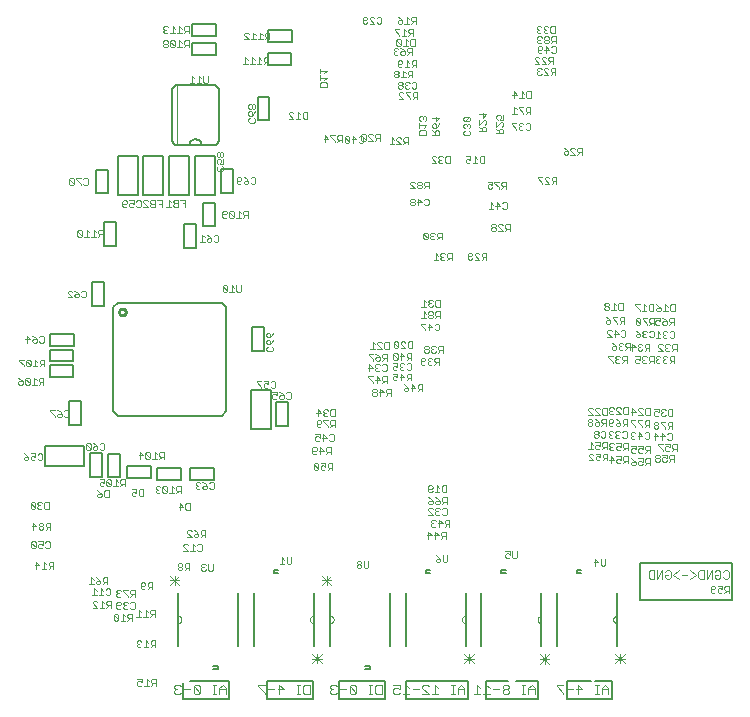
<source format=gbo>
G75*
%MOIN*%
%OFA0B0*%
%FSLAX24Y24*%
%IPPOS*%
%LPD*%
%AMOC8*
5,1,8,0,0,1.08239X$1,22.5*
%
%ADD10C,0.0020*%
%ADD11C,0.0050*%
%ADD12C,0.0030*%
%ADD13C,0.0060*%
%ADD14C,0.0000*%
%ADD15C,0.0080*%
%ADD16C,0.0100*%
D10*
X004729Y004432D02*
X004883Y004432D01*
X004960Y004432D02*
X005113Y004432D01*
X005036Y004432D02*
X005036Y004662D01*
X005113Y004586D01*
X005190Y004624D02*
X005228Y004662D01*
X005305Y004662D01*
X005343Y004624D01*
X005343Y004470D01*
X005305Y004432D01*
X005228Y004432D01*
X005190Y004470D01*
X005255Y004247D02*
X005216Y004209D01*
X005216Y004132D01*
X005255Y004094D01*
X005370Y004094D01*
X005370Y004017D02*
X005370Y004247D01*
X005255Y004247D01*
X005139Y004171D02*
X005063Y004247D01*
X005063Y004017D01*
X005139Y004017D02*
X004986Y004017D01*
X004909Y004017D02*
X004756Y004171D01*
X004756Y004209D01*
X004794Y004247D01*
X004871Y004247D01*
X004909Y004209D01*
X004909Y004017D02*
X004756Y004017D01*
X004806Y004432D02*
X004806Y004662D01*
X004883Y004586D01*
X004900Y004797D02*
X004862Y004835D01*
X004862Y004874D01*
X004900Y004912D01*
X005015Y004912D01*
X005015Y004835D01*
X004977Y004797D01*
X004900Y004797D01*
X004785Y004797D02*
X004632Y004797D01*
X004708Y004797D02*
X004708Y005027D01*
X004785Y004951D01*
X004862Y005027D02*
X004939Y004989D01*
X005015Y004912D01*
X005092Y004912D02*
X005130Y004874D01*
X005246Y004874D01*
X005246Y004797D02*
X005246Y005027D01*
X005130Y005027D01*
X005092Y004989D01*
X005092Y004912D01*
X005169Y004874D02*
X005092Y004797D01*
X005547Y004577D02*
X005547Y004539D01*
X005585Y004500D01*
X005547Y004462D01*
X005547Y004424D01*
X005585Y004385D01*
X005662Y004385D01*
X005700Y004424D01*
X005624Y004500D02*
X005585Y004500D01*
X005547Y004577D02*
X005585Y004615D01*
X005662Y004615D01*
X005700Y004577D01*
X005777Y004577D02*
X005930Y004424D01*
X005930Y004385D01*
X006007Y004385D02*
X006084Y004462D01*
X006046Y004462D02*
X006161Y004462D01*
X006161Y004385D02*
X006161Y004615D01*
X006046Y004615D01*
X006007Y004577D01*
X006007Y004500D01*
X006046Y004462D01*
X005930Y004615D02*
X005777Y004615D01*
X005777Y004577D01*
X005818Y004208D02*
X005779Y004170D01*
X005779Y004131D01*
X005818Y004093D01*
X005779Y004055D01*
X005779Y004016D01*
X005818Y003978D01*
X005894Y003978D01*
X005933Y004016D01*
X006010Y004016D02*
X006048Y003978D01*
X006125Y003978D01*
X006163Y004016D01*
X006163Y004170D01*
X006125Y004208D01*
X006048Y004208D01*
X006010Y004170D01*
X005933Y004170D02*
X005894Y004208D01*
X005818Y004208D01*
X005818Y004093D02*
X005856Y004093D01*
X005703Y004131D02*
X005664Y004093D01*
X005549Y004093D01*
X005549Y004016D02*
X005549Y004170D01*
X005588Y004208D01*
X005664Y004208D01*
X005703Y004170D01*
X005703Y004131D01*
X005703Y004016D02*
X005664Y003978D01*
X005588Y003978D01*
X005549Y004016D01*
X005571Y003822D02*
X005494Y003822D01*
X005456Y003783D01*
X005609Y003630D01*
X005571Y003591D01*
X005494Y003591D01*
X005456Y003630D01*
X005456Y003783D01*
X005571Y003822D02*
X005609Y003783D01*
X005609Y003630D01*
X005686Y003591D02*
X005839Y003591D01*
X005763Y003591D02*
X005763Y003822D01*
X005839Y003745D01*
X005916Y003783D02*
X005916Y003707D01*
X005955Y003668D01*
X006070Y003668D01*
X006070Y003591D02*
X006070Y003822D01*
X005955Y003822D01*
X005916Y003783D01*
X005993Y003668D02*
X005916Y003591D01*
X006214Y003725D02*
X006367Y003725D01*
X006290Y003725D02*
X006290Y003955D01*
X006367Y003878D01*
X006444Y003725D02*
X006597Y003725D01*
X006520Y003725D02*
X006520Y003955D01*
X006597Y003878D01*
X006674Y003840D02*
X006712Y003802D01*
X006827Y003802D01*
X006751Y003802D02*
X006674Y003725D01*
X006674Y003840D02*
X006674Y003917D01*
X006712Y003955D01*
X006827Y003955D01*
X006827Y003725D01*
X006836Y002928D02*
X006721Y002928D01*
X006683Y002890D01*
X006683Y002813D01*
X006721Y002775D01*
X006836Y002775D01*
X006759Y002775D02*
X006683Y002698D01*
X006606Y002698D02*
X006452Y002698D01*
X006529Y002698D02*
X006529Y002928D01*
X006606Y002851D01*
X006376Y002890D02*
X006337Y002928D01*
X006261Y002928D01*
X006222Y002890D01*
X006222Y002851D01*
X006261Y002813D01*
X006222Y002775D01*
X006222Y002736D01*
X006261Y002698D01*
X006337Y002698D01*
X006376Y002736D01*
X006299Y002813D02*
X006261Y002813D01*
X006836Y002698D02*
X006836Y002928D01*
X006857Y001647D02*
X006742Y001647D01*
X006703Y001609D01*
X006703Y001532D01*
X006742Y001494D01*
X006857Y001494D01*
X006857Y001417D02*
X006857Y001647D01*
X006780Y001494D02*
X006703Y001417D01*
X006627Y001417D02*
X006473Y001417D01*
X006550Y001417D02*
X006550Y001647D01*
X006627Y001571D01*
X006396Y001532D02*
X006396Y001647D01*
X006243Y001647D01*
X006281Y001571D02*
X006243Y001532D01*
X006243Y001455D01*
X006281Y001417D01*
X006358Y001417D01*
X006396Y001455D01*
X006396Y001532D02*
X006320Y001571D01*
X006281Y001571D01*
X005216Y004017D02*
X005293Y004094D01*
X006360Y004672D02*
X006360Y004825D01*
X006398Y004864D01*
X006475Y004864D01*
X006513Y004825D01*
X006513Y004787D01*
X006475Y004749D01*
X006360Y004749D01*
X006360Y004672D02*
X006398Y004634D01*
X006475Y004634D01*
X006513Y004672D01*
X006590Y004634D02*
X006667Y004710D01*
X006628Y004710D02*
X006743Y004710D01*
X006743Y004634D02*
X006743Y004864D01*
X006628Y004864D01*
X006590Y004825D01*
X006590Y004749D01*
X006628Y004710D01*
X007594Y005309D02*
X007633Y005270D01*
X007709Y005270D01*
X007748Y005309D01*
X007748Y005347D01*
X007709Y005385D01*
X007633Y005385D01*
X007594Y005347D01*
X007594Y005309D01*
X007633Y005385D02*
X007594Y005424D01*
X007594Y005462D01*
X007633Y005500D01*
X007709Y005500D01*
X007748Y005462D01*
X007748Y005424D01*
X007709Y005385D01*
X007825Y005385D02*
X007863Y005347D01*
X007978Y005347D01*
X007901Y005347D02*
X007825Y005270D01*
X007825Y005385D02*
X007825Y005462D01*
X007863Y005500D01*
X007978Y005500D01*
X007978Y005270D01*
X008011Y005906D02*
X008165Y005906D01*
X008088Y005906D02*
X008088Y006136D01*
X008165Y006060D01*
X008242Y006098D02*
X008280Y006136D01*
X008357Y006136D01*
X008395Y006098D01*
X008395Y005945D01*
X008357Y005906D01*
X008280Y005906D01*
X008242Y005945D01*
X007935Y005906D02*
X007781Y006060D01*
X007781Y006098D01*
X007820Y006136D01*
X007896Y006136D01*
X007935Y006098D01*
X007935Y005906D02*
X007781Y005906D01*
X007898Y006370D02*
X008051Y006370D01*
X007898Y006523D01*
X007898Y006561D01*
X007936Y006600D01*
X008013Y006600D01*
X008051Y006561D01*
X008128Y006600D02*
X008205Y006561D01*
X008282Y006485D01*
X008167Y006485D01*
X008128Y006446D01*
X008128Y006408D01*
X008167Y006370D01*
X008243Y006370D01*
X008282Y006408D01*
X008282Y006485D01*
X008358Y006485D02*
X008397Y006446D01*
X008512Y006446D01*
X008512Y006370D02*
X008512Y006600D01*
X008397Y006600D01*
X008358Y006561D01*
X008358Y006485D01*
X008435Y006446D02*
X008358Y006370D01*
X008003Y007270D02*
X007888Y007270D01*
X007849Y007308D01*
X007849Y007462D01*
X007888Y007500D01*
X008003Y007500D01*
X008003Y007270D01*
X007773Y007385D02*
X007658Y007500D01*
X007658Y007270D01*
X007619Y007385D02*
X007773Y007385D01*
X007694Y007841D02*
X007694Y008071D01*
X007579Y008071D01*
X007541Y008033D01*
X007541Y007956D01*
X007579Y007918D01*
X007694Y007918D01*
X007617Y007918D02*
X007541Y007841D01*
X007464Y007841D02*
X007310Y007841D01*
X007387Y007841D02*
X007387Y008071D01*
X007464Y007995D01*
X007234Y008033D02*
X007195Y008071D01*
X007119Y008071D01*
X007080Y008033D01*
X007234Y007879D01*
X007195Y007841D01*
X007119Y007841D01*
X007080Y007879D01*
X007080Y008033D01*
X007004Y008033D02*
X006965Y008071D01*
X006888Y008071D01*
X006850Y008033D01*
X006850Y007995D01*
X006888Y007956D01*
X006850Y007918D01*
X006850Y007879D01*
X006888Y007841D01*
X006965Y007841D01*
X007004Y007879D01*
X006927Y007956D02*
X006888Y007956D01*
X007234Y007879D02*
X007234Y008033D01*
X006447Y007967D02*
X006447Y007736D01*
X006331Y007736D01*
X006293Y007775D01*
X006293Y007928D01*
X006331Y007967D01*
X006447Y007967D01*
X006216Y007967D02*
X006216Y007851D01*
X006140Y007890D01*
X006101Y007890D01*
X006063Y007851D01*
X006063Y007775D01*
X006101Y007736D01*
X006178Y007736D01*
X006216Y007775D01*
X006216Y007967D02*
X006063Y007967D01*
X005827Y008062D02*
X005827Y008292D01*
X005712Y008292D01*
X005673Y008254D01*
X005673Y008177D01*
X005712Y008139D01*
X005827Y008139D01*
X005750Y008139D02*
X005673Y008062D01*
X005596Y008062D02*
X005443Y008062D01*
X005520Y008062D02*
X005520Y008292D01*
X005596Y008215D01*
X005366Y008254D02*
X005328Y008292D01*
X005251Y008292D01*
X005213Y008254D01*
X005366Y008100D01*
X005328Y008062D01*
X005251Y008062D01*
X005213Y008100D01*
X005213Y008254D01*
X005136Y008292D02*
X005136Y008177D01*
X005059Y008215D01*
X005021Y008215D01*
X004983Y008177D01*
X004983Y008100D01*
X005021Y008062D01*
X005098Y008062D01*
X005136Y008100D01*
X005168Y007928D02*
X005283Y007928D01*
X005283Y007698D01*
X005168Y007698D01*
X005129Y007736D01*
X005129Y007889D01*
X005168Y007928D01*
X005053Y007813D02*
X004938Y007813D01*
X004899Y007774D01*
X004899Y007736D01*
X004938Y007698D01*
X005014Y007698D01*
X005053Y007736D01*
X005053Y007813D01*
X004976Y007889D01*
X004899Y007928D01*
X004983Y008292D02*
X005136Y008292D01*
X005366Y008254D02*
X005366Y008100D01*
X006323Y008979D02*
X006323Y009209D01*
X006438Y009094D01*
X006285Y009094D01*
X006515Y009171D02*
X006669Y009017D01*
X006630Y008979D01*
X006554Y008979D01*
X006515Y009017D01*
X006515Y009171D01*
X006554Y009209D01*
X006630Y009209D01*
X006669Y009171D01*
X006669Y009017D01*
X006745Y008979D02*
X006899Y008979D01*
X006976Y008979D02*
X007052Y009055D01*
X007014Y009055D02*
X007129Y009055D01*
X007129Y008979D02*
X007129Y009209D01*
X007014Y009209D01*
X006976Y009171D01*
X006976Y009094D01*
X007014Y009055D01*
X006899Y009132D02*
X006822Y009209D01*
X006822Y008979D01*
X008186Y008165D02*
X008186Y008126D01*
X008224Y008088D01*
X008186Y008050D01*
X008186Y008011D01*
X008224Y007973D01*
X008301Y007973D01*
X008339Y008011D01*
X008416Y008011D02*
X008416Y008050D01*
X008454Y008088D01*
X008569Y008088D01*
X008569Y008011D01*
X008531Y007973D01*
X008454Y007973D01*
X008416Y008011D01*
X008569Y008088D02*
X008493Y008165D01*
X008416Y008203D01*
X008339Y008165D02*
X008301Y008203D01*
X008224Y008203D01*
X008186Y008165D01*
X008224Y008088D02*
X008263Y008088D01*
X008646Y008011D02*
X008685Y007973D01*
X008761Y007973D01*
X008800Y008011D01*
X008800Y008165D01*
X008761Y008203D01*
X008685Y008203D01*
X008646Y008165D01*
X010782Y010978D02*
X010859Y010978D01*
X010897Y011016D01*
X010897Y011093D02*
X010820Y011131D01*
X010782Y011131D01*
X010744Y011093D01*
X010744Y011016D01*
X010782Y010978D01*
X010897Y011093D02*
X010897Y011208D01*
X010744Y011208D01*
X010723Y011344D02*
X010684Y011382D01*
X010723Y011344D02*
X010799Y011344D01*
X010838Y011382D01*
X010838Y011536D01*
X010799Y011574D01*
X010723Y011574D01*
X010684Y011536D01*
X010607Y011574D02*
X010607Y011459D01*
X010531Y011498D01*
X010492Y011498D01*
X010454Y011459D01*
X010454Y011382D01*
X010492Y011344D01*
X010569Y011344D01*
X010607Y011382D01*
X010607Y011574D02*
X010454Y011574D01*
X010377Y011574D02*
X010224Y011574D01*
X010224Y011536D01*
X010377Y011382D01*
X010377Y011344D01*
X010974Y011208D02*
X011051Y011170D01*
X011127Y011093D01*
X011012Y011093D01*
X010974Y011054D01*
X010974Y011016D01*
X011012Y010978D01*
X011089Y010978D01*
X011127Y011016D01*
X011127Y011093D01*
X011204Y011170D02*
X011243Y011208D01*
X011319Y011208D01*
X011358Y011170D01*
X011358Y011016D01*
X011319Y010978D01*
X011243Y010978D01*
X011204Y011016D01*
X012254Y010628D02*
X012254Y010398D01*
X012215Y010513D02*
X012369Y010513D01*
X012254Y010628D01*
X012445Y010589D02*
X012445Y010551D01*
X012484Y010513D01*
X012445Y010474D01*
X012445Y010436D01*
X012484Y010398D01*
X012560Y010398D01*
X012599Y010436D01*
X012676Y010436D02*
X012676Y010589D01*
X012714Y010628D01*
X012829Y010628D01*
X012829Y010398D01*
X012714Y010398D01*
X012676Y010436D01*
X012599Y010589D02*
X012560Y010628D01*
X012484Y010628D01*
X012445Y010589D01*
X012484Y010513D02*
X012522Y010513D01*
X012447Y010264D02*
X012447Y010226D01*
X012601Y010072D01*
X012601Y010034D01*
X012677Y010034D02*
X012754Y010111D01*
X012716Y010111D02*
X012831Y010111D01*
X012831Y010034D02*
X012831Y010264D01*
X012716Y010264D01*
X012677Y010226D01*
X012677Y010149D01*
X012716Y010111D01*
X012601Y010264D02*
X012447Y010264D01*
X012370Y010226D02*
X012370Y010187D01*
X012332Y010149D01*
X012217Y010149D01*
X012217Y010072D02*
X012217Y010226D01*
X012255Y010264D01*
X012332Y010264D01*
X012370Y010226D01*
X012370Y010072D02*
X012332Y010034D01*
X012255Y010034D01*
X012217Y010072D01*
X012175Y009803D02*
X012329Y009803D01*
X012329Y009688D01*
X012252Y009726D01*
X012214Y009726D01*
X012175Y009688D01*
X012175Y009611D01*
X012214Y009573D01*
X012290Y009573D01*
X012329Y009611D01*
X012405Y009688D02*
X012559Y009688D01*
X012444Y009803D01*
X012444Y009573D01*
X012636Y009611D02*
X012674Y009573D01*
X012751Y009573D01*
X012789Y009611D01*
X012789Y009764D01*
X012751Y009803D01*
X012674Y009803D01*
X012636Y009764D01*
X012689Y009365D02*
X012574Y009365D01*
X012536Y009326D01*
X012536Y009249D01*
X012574Y009211D01*
X012689Y009211D01*
X012613Y009211D02*
X012536Y009134D01*
X012459Y009249D02*
X012306Y009249D01*
X012229Y009288D02*
X012191Y009249D01*
X012076Y009249D01*
X012076Y009173D02*
X012076Y009326D01*
X012114Y009365D01*
X012191Y009365D01*
X012229Y009326D01*
X012229Y009288D01*
X012229Y009173D02*
X012191Y009134D01*
X012114Y009134D01*
X012076Y009173D01*
X012344Y009134D02*
X012344Y009365D01*
X012459Y009249D01*
X012689Y009134D02*
X012689Y009365D01*
X012742Y008835D02*
X012627Y008835D01*
X012589Y008797D01*
X012589Y008720D01*
X012627Y008682D01*
X012742Y008682D01*
X012666Y008682D02*
X012589Y008605D01*
X012512Y008643D02*
X012474Y008605D01*
X012397Y008605D01*
X012359Y008643D01*
X012359Y008720D01*
X012397Y008759D01*
X012435Y008759D01*
X012512Y008720D01*
X012512Y008835D01*
X012359Y008835D01*
X012282Y008797D02*
X012244Y008835D01*
X012167Y008835D01*
X012129Y008797D01*
X012282Y008643D01*
X012244Y008605D01*
X012167Y008605D01*
X012129Y008643D01*
X012129Y008797D01*
X012282Y008797D02*
X012282Y008643D01*
X012742Y008605D02*
X012742Y008835D01*
X014112Y011084D02*
X014189Y011084D01*
X014227Y011123D01*
X014227Y011161D01*
X014189Y011199D01*
X014112Y011199D01*
X014074Y011161D01*
X014074Y011123D01*
X014112Y011084D01*
X014112Y011199D02*
X014074Y011238D01*
X014074Y011276D01*
X014112Y011314D01*
X014189Y011314D01*
X014227Y011276D01*
X014227Y011238D01*
X014189Y011199D01*
X014304Y011199D02*
X014457Y011199D01*
X014342Y011314D01*
X014342Y011084D01*
X014534Y011084D02*
X014611Y011161D01*
X014572Y011161D02*
X014687Y011161D01*
X014687Y011084D02*
X014687Y011314D01*
X014572Y011314D01*
X014534Y011276D01*
X014534Y011199D01*
X014572Y011161D01*
X014563Y011507D02*
X014563Y011737D01*
X014447Y011737D01*
X014409Y011698D01*
X014409Y011622D01*
X014447Y011583D01*
X014563Y011583D01*
X014486Y011583D02*
X014409Y011507D01*
X014332Y011622D02*
X014179Y011622D01*
X014102Y011545D02*
X014102Y011507D01*
X014102Y011545D02*
X013949Y011698D01*
X013949Y011737D01*
X014102Y011737D01*
X014217Y011737D02*
X014332Y011622D01*
X014217Y011507D02*
X014217Y011737D01*
X014209Y011903D02*
X014286Y011903D01*
X014324Y011941D01*
X014401Y011941D02*
X014440Y011903D01*
X014516Y011903D01*
X014555Y011941D01*
X014555Y012095D01*
X014516Y012133D01*
X014440Y012133D01*
X014401Y012095D01*
X014324Y012095D02*
X014286Y012133D01*
X014209Y012133D01*
X014171Y012095D01*
X014171Y012057D01*
X014209Y012018D01*
X014171Y011980D01*
X014171Y011941D01*
X014209Y011903D01*
X014209Y012018D02*
X014248Y012018D01*
X014094Y012018D02*
X013979Y012133D01*
X013979Y011903D01*
X013941Y012018D02*
X014094Y012018D01*
X014104Y012257D02*
X014104Y012295D01*
X013950Y012449D01*
X013950Y012487D01*
X014104Y012487D01*
X014180Y012487D02*
X014257Y012449D01*
X014334Y012372D01*
X014219Y012372D01*
X014180Y012334D01*
X014180Y012295D01*
X014219Y012257D01*
X014295Y012257D01*
X014334Y012295D01*
X014334Y012372D01*
X014411Y012372D02*
X014449Y012334D01*
X014564Y012334D01*
X014487Y012334D02*
X014411Y012257D01*
X014411Y012372D02*
X014411Y012449D01*
X014449Y012487D01*
X014564Y012487D01*
X014564Y012257D01*
X014765Y012319D02*
X014803Y012280D01*
X014880Y012280D01*
X014918Y012319D01*
X014765Y012472D01*
X014765Y012319D01*
X014758Y012168D02*
X014912Y012168D01*
X014912Y012053D01*
X014835Y012091D01*
X014797Y012091D01*
X014758Y012053D01*
X014758Y011976D01*
X014797Y011938D01*
X014874Y011938D01*
X014912Y011976D01*
X014989Y011976D02*
X015027Y011938D01*
X015104Y011938D01*
X015142Y011976D01*
X015219Y011976D02*
X015257Y011938D01*
X015334Y011938D01*
X015372Y011976D01*
X015372Y012130D01*
X015334Y012168D01*
X015257Y012168D01*
X015219Y012130D01*
X015142Y012130D02*
X015104Y012168D01*
X015027Y012168D01*
X014989Y012130D01*
X014989Y012091D01*
X015027Y012053D01*
X014989Y012015D01*
X014989Y011976D01*
X015027Y012053D02*
X015065Y012053D01*
X015034Y012280D02*
X015034Y012511D01*
X015149Y012396D01*
X014995Y012396D01*
X014918Y012472D02*
X014880Y012511D01*
X014803Y012511D01*
X014765Y012472D01*
X014918Y012472D02*
X014918Y012319D01*
X015225Y012280D02*
X015302Y012357D01*
X015264Y012357D02*
X015379Y012357D01*
X015379Y012280D02*
X015379Y012511D01*
X015264Y012511D01*
X015225Y012472D01*
X015225Y012396D01*
X015264Y012357D01*
X015292Y012667D02*
X015253Y012705D01*
X015253Y012858D01*
X015292Y012897D01*
X015407Y012897D01*
X015407Y012667D01*
X015292Y012667D01*
X015177Y012667D02*
X015023Y012820D01*
X015023Y012858D01*
X015062Y012897D01*
X015138Y012897D01*
X015177Y012858D01*
X015177Y012667D02*
X015023Y012667D01*
X014946Y012705D02*
X014793Y012858D01*
X014793Y012705D01*
X014831Y012667D01*
X014908Y012667D01*
X014946Y012705D01*
X014946Y012858D01*
X014908Y012897D01*
X014831Y012897D01*
X014793Y012858D01*
X014622Y012878D02*
X014622Y012648D01*
X014507Y012648D01*
X014468Y012686D01*
X014468Y012839D01*
X014507Y012878D01*
X014622Y012878D01*
X014392Y012839D02*
X014353Y012878D01*
X014276Y012878D01*
X014238Y012839D01*
X014238Y012801D01*
X014392Y012648D01*
X014238Y012648D01*
X014161Y012648D02*
X014008Y012648D01*
X014085Y012648D02*
X014085Y012878D01*
X014161Y012801D01*
X014760Y011823D02*
X014914Y011823D01*
X014914Y011707D01*
X014837Y011746D01*
X014799Y011746D01*
X014760Y011707D01*
X014760Y011631D01*
X014799Y011592D01*
X014875Y011592D01*
X014914Y011631D01*
X014990Y011707D02*
X015144Y011707D01*
X015029Y011823D01*
X015029Y011592D01*
X015124Y011462D02*
X015201Y011424D01*
X015277Y011347D01*
X015162Y011347D01*
X015124Y011309D01*
X015124Y011270D01*
X015162Y011232D01*
X015239Y011232D01*
X015277Y011270D01*
X015277Y011347D01*
X015354Y011347D02*
X015507Y011347D01*
X015392Y011462D01*
X015392Y011232D01*
X015584Y011232D02*
X015661Y011309D01*
X015623Y011309D02*
X015738Y011309D01*
X015738Y011232D02*
X015738Y011462D01*
X015623Y011462D01*
X015584Y011424D01*
X015584Y011347D01*
X015623Y011309D01*
X015374Y011592D02*
X015374Y011823D01*
X015259Y011823D01*
X015221Y011784D01*
X015221Y011707D01*
X015259Y011669D01*
X015374Y011669D01*
X015297Y011669D02*
X015221Y011592D01*
X015727Y012120D02*
X015689Y012158D01*
X015689Y012312D01*
X015727Y012350D01*
X015804Y012350D01*
X015842Y012312D01*
X015842Y012273D01*
X015804Y012235D01*
X015689Y012235D01*
X015727Y012120D02*
X015804Y012120D01*
X015842Y012158D01*
X015919Y012158D02*
X015957Y012120D01*
X016034Y012120D01*
X016072Y012158D01*
X016149Y012120D02*
X016226Y012197D01*
X016187Y012197D02*
X016303Y012197D01*
X016303Y012120D02*
X016303Y012350D01*
X016187Y012350D01*
X016149Y012312D01*
X016149Y012235D01*
X016187Y012197D01*
X016072Y012312D02*
X016034Y012350D01*
X015957Y012350D01*
X015919Y012312D01*
X015919Y012273D01*
X015957Y012235D01*
X015919Y012197D01*
X015919Y012158D01*
X015957Y012235D02*
X015996Y012235D01*
X015921Y012524D02*
X015959Y012562D01*
X015959Y012600D01*
X015921Y012639D01*
X015844Y012639D01*
X015805Y012600D01*
X015805Y012562D01*
X015844Y012524D01*
X015921Y012524D01*
X015921Y012639D02*
X015959Y012677D01*
X015959Y012715D01*
X015921Y012754D01*
X015844Y012754D01*
X015805Y012715D01*
X015805Y012677D01*
X015844Y012639D01*
X016036Y012677D02*
X016074Y012639D01*
X016036Y012600D01*
X016036Y012562D01*
X016074Y012524D01*
X016151Y012524D01*
X016189Y012562D01*
X016266Y012524D02*
X016343Y012600D01*
X016304Y012600D02*
X016419Y012600D01*
X016419Y012524D02*
X016419Y012754D01*
X016304Y012754D01*
X016266Y012715D01*
X016266Y012639D01*
X016304Y012600D01*
X016189Y012715D02*
X016151Y012754D01*
X016074Y012754D01*
X016036Y012715D01*
X016036Y012677D01*
X016074Y012639D02*
X016112Y012639D01*
X016194Y013260D02*
X016155Y013299D01*
X016194Y013260D02*
X016271Y013260D01*
X016309Y013299D01*
X016309Y013452D01*
X016271Y013490D01*
X016194Y013490D01*
X016155Y013452D01*
X016079Y013375D02*
X015925Y013375D01*
X015848Y013299D02*
X015848Y013260D01*
X015848Y013299D02*
X015695Y013452D01*
X015695Y013490D01*
X015848Y013490D01*
X015964Y013490D02*
X016079Y013375D01*
X015964Y013260D02*
X015964Y013490D01*
X015980Y013663D02*
X016056Y013663D01*
X016095Y013702D01*
X016095Y013740D01*
X016056Y013778D01*
X015980Y013778D01*
X015941Y013740D01*
X015941Y013702D01*
X015980Y013663D01*
X015980Y013778D02*
X015941Y013817D01*
X015941Y013855D01*
X015980Y013893D01*
X016056Y013893D01*
X016095Y013855D01*
X016095Y013817D01*
X016056Y013778D01*
X016172Y013778D02*
X016210Y013740D01*
X016325Y013740D01*
X016248Y013740D02*
X016172Y013663D01*
X016172Y013778D02*
X016172Y013855D01*
X016210Y013893D01*
X016325Y013893D01*
X016325Y013663D01*
X016330Y014054D02*
X016215Y014054D01*
X016176Y014092D01*
X016176Y014245D01*
X016215Y014284D01*
X016330Y014284D01*
X016330Y014054D01*
X016100Y014092D02*
X016061Y014054D01*
X015985Y014054D01*
X015946Y014092D01*
X015946Y014130D01*
X015985Y014169D01*
X016023Y014169D01*
X015985Y014169D02*
X015946Y014207D01*
X015946Y014245D01*
X015985Y014284D01*
X016061Y014284D01*
X016100Y014245D01*
X015869Y014207D02*
X015793Y014284D01*
X015793Y014054D01*
X015869Y014054D02*
X015716Y014054D01*
X015788Y013893D02*
X015788Y013663D01*
X015865Y013663D02*
X015711Y013663D01*
X015865Y013817D02*
X015788Y013893D01*
X016118Y015604D02*
X016271Y015604D01*
X016194Y015604D02*
X016194Y015834D01*
X016271Y015757D01*
X016348Y015757D02*
X016386Y015719D01*
X016348Y015681D01*
X016348Y015642D01*
X016386Y015604D01*
X016463Y015604D01*
X016501Y015642D01*
X016578Y015604D02*
X016655Y015681D01*
X016616Y015681D02*
X016732Y015681D01*
X016732Y015604D02*
X016732Y015834D01*
X016616Y015834D01*
X016578Y015796D01*
X016578Y015719D01*
X016616Y015681D01*
X016501Y015796D02*
X016463Y015834D01*
X016386Y015834D01*
X016348Y015796D01*
X016348Y015757D01*
X016386Y015719D02*
X016425Y015719D01*
X016393Y016295D02*
X016393Y016525D01*
X016278Y016525D01*
X016240Y016487D01*
X016240Y016410D01*
X016278Y016372D01*
X016393Y016372D01*
X016317Y016372D02*
X016240Y016295D01*
X016163Y016333D02*
X016125Y016295D01*
X016048Y016295D01*
X016010Y016333D01*
X016010Y016372D01*
X016048Y016410D01*
X016087Y016410D01*
X016048Y016410D02*
X016010Y016448D01*
X016010Y016487D01*
X016048Y016525D01*
X016125Y016525D01*
X016163Y016487D01*
X015933Y016487D02*
X015895Y016525D01*
X015818Y016525D01*
X015780Y016487D01*
X015933Y016333D01*
X015895Y016295D01*
X015818Y016295D01*
X015780Y016333D01*
X015780Y016487D01*
X015933Y016487D02*
X015933Y016333D01*
X015916Y017428D02*
X015839Y017428D01*
X015801Y017466D01*
X015724Y017543D02*
X015571Y017543D01*
X015494Y017581D02*
X015494Y017619D01*
X015456Y017658D01*
X015379Y017658D01*
X015340Y017619D01*
X015340Y017581D01*
X015379Y017543D01*
X015456Y017543D01*
X015494Y017581D01*
X015456Y017543D02*
X015494Y017504D01*
X015494Y017466D01*
X015456Y017428D01*
X015379Y017428D01*
X015340Y017466D01*
X015340Y017504D01*
X015379Y017543D01*
X015609Y017658D02*
X015724Y017543D01*
X015801Y017619D02*
X015839Y017658D01*
X015916Y017658D01*
X015954Y017619D01*
X015954Y017466D01*
X015916Y017428D01*
X015609Y017428D02*
X015609Y017658D01*
X015608Y017994D02*
X015685Y017994D01*
X015724Y018032D01*
X015724Y018071D01*
X015685Y018109D01*
X015608Y018109D01*
X015570Y018071D01*
X015570Y018032D01*
X015608Y017994D01*
X015493Y017994D02*
X015340Y018148D01*
X015340Y018186D01*
X015378Y018224D01*
X015455Y018224D01*
X015493Y018186D01*
X015570Y018186D02*
X015608Y018224D01*
X015685Y018224D01*
X015724Y018186D01*
X015724Y018148D01*
X015685Y018109D01*
X015608Y018109D02*
X015570Y018148D01*
X015570Y018186D01*
X015493Y017994D02*
X015340Y017994D01*
X015800Y017994D02*
X015877Y018071D01*
X015839Y018071D02*
X015954Y018071D01*
X015954Y017994D02*
X015954Y018224D01*
X015839Y018224D01*
X015800Y018186D01*
X015800Y018109D01*
X015839Y018071D01*
X016051Y018840D02*
X016204Y018840D01*
X016051Y018993D01*
X016051Y019031D01*
X016089Y019070D01*
X016166Y019070D01*
X016204Y019031D01*
X016281Y019031D02*
X016281Y018993D01*
X016319Y018955D01*
X016281Y018916D01*
X016281Y018878D01*
X016319Y018840D01*
X016396Y018840D01*
X016435Y018878D01*
X016511Y018878D02*
X016511Y019031D01*
X016550Y019070D01*
X016665Y019070D01*
X016665Y018840D01*
X016550Y018840D01*
X016511Y018878D01*
X016358Y018955D02*
X016319Y018955D01*
X016281Y019031D02*
X016319Y019070D01*
X016396Y019070D01*
X016435Y019031D01*
X016311Y019775D02*
X016081Y019775D01*
X016157Y019775D02*
X016157Y019890D01*
X016196Y019929D01*
X016273Y019929D01*
X016311Y019890D01*
X016311Y019775D01*
X016157Y019852D02*
X016081Y019929D01*
X016119Y020005D02*
X016081Y020044D01*
X016081Y020120D01*
X016119Y020159D01*
X016157Y020159D01*
X016196Y020120D01*
X016196Y020005D01*
X016119Y020005D01*
X016196Y020005D02*
X016273Y020082D01*
X016311Y020159D01*
X016196Y020235D02*
X016196Y020389D01*
X016311Y020351D02*
X016196Y020235D01*
X016081Y020351D02*
X016311Y020351D01*
X015875Y020362D02*
X015875Y020286D01*
X015836Y020247D01*
X015760Y020324D02*
X015760Y020362D01*
X015721Y020401D01*
X015683Y020401D01*
X015645Y020362D01*
X015645Y020286D01*
X015683Y020247D01*
X015645Y020171D02*
X015645Y020017D01*
X015645Y020094D02*
X015875Y020094D01*
X015798Y020017D01*
X015836Y019940D02*
X015683Y019940D01*
X015645Y019902D01*
X015645Y019787D01*
X015875Y019787D01*
X015875Y019902D01*
X015836Y019940D01*
X015875Y020362D02*
X015836Y020401D01*
X015798Y020401D01*
X015760Y020362D01*
X015574Y020970D02*
X015574Y021200D01*
X015459Y021200D01*
X015420Y021162D01*
X015420Y021085D01*
X015459Y021047D01*
X015574Y021047D01*
X015497Y021047D02*
X015420Y020970D01*
X015344Y020970D02*
X015344Y021009D01*
X015190Y021162D01*
X015190Y021200D01*
X015344Y021200D01*
X015279Y021323D02*
X015317Y021361D01*
X015279Y021323D02*
X015202Y021323D01*
X015164Y021361D01*
X015164Y021399D01*
X015202Y021438D01*
X015241Y021438D01*
X015202Y021438D02*
X015164Y021476D01*
X015164Y021515D01*
X015202Y021553D01*
X015279Y021553D01*
X015317Y021515D01*
X015394Y021515D02*
X015433Y021553D01*
X015509Y021553D01*
X015548Y021515D01*
X015548Y021361D01*
X015509Y021323D01*
X015433Y021323D01*
X015394Y021361D01*
X015087Y021361D02*
X015087Y021399D01*
X015049Y021438D01*
X014972Y021438D01*
X014934Y021399D01*
X014934Y021361D01*
X014972Y021323D01*
X015049Y021323D01*
X015087Y021361D01*
X015049Y021438D02*
X015087Y021476D01*
X015087Y021515D01*
X015049Y021553D01*
X014972Y021553D01*
X014934Y021515D01*
X014934Y021476D01*
X014972Y021438D01*
X014998Y021200D02*
X015075Y021200D01*
X015114Y021162D01*
X014998Y021200D02*
X014960Y021162D01*
X014960Y021124D01*
X015114Y020970D01*
X014960Y020970D01*
X014915Y021692D02*
X014953Y021731D01*
X014953Y021769D01*
X014915Y021807D01*
X014838Y021807D01*
X014799Y021769D01*
X014799Y021731D01*
X014838Y021692D01*
X014915Y021692D01*
X015030Y021692D02*
X015183Y021692D01*
X015106Y021692D02*
X015106Y021922D01*
X015183Y021846D01*
X015260Y021884D02*
X015260Y021807D01*
X015298Y021769D01*
X015413Y021769D01*
X015337Y021769D02*
X015260Y021692D01*
X015413Y021692D02*
X015413Y021922D01*
X015298Y021922D01*
X015260Y021884D01*
X015235Y022031D02*
X015235Y022261D01*
X015312Y022184D01*
X015388Y022146D02*
X015427Y022107D01*
X015542Y022107D01*
X015542Y022031D02*
X015542Y022261D01*
X015427Y022261D01*
X015388Y022222D01*
X015388Y022146D01*
X015465Y022107D02*
X015388Y022031D01*
X015312Y022031D02*
X015158Y022031D01*
X015081Y022069D02*
X015043Y022031D01*
X014966Y022031D01*
X014928Y022069D01*
X014928Y022222D01*
X014966Y022261D01*
X015043Y022261D01*
X015081Y022222D01*
X015081Y022184D01*
X015043Y022146D01*
X014928Y022146D01*
X014915Y021922D02*
X014838Y021922D01*
X014799Y021884D01*
X014799Y021846D01*
X014838Y021807D01*
X014915Y021807D02*
X014953Y021846D01*
X014953Y021884D01*
X014915Y021922D01*
X014898Y022449D02*
X014936Y022488D01*
X014898Y022449D02*
X014821Y022449D01*
X014783Y022488D01*
X014783Y022526D01*
X014821Y022564D01*
X014859Y022564D01*
X014821Y022564D02*
X014783Y022603D01*
X014783Y022641D01*
X014821Y022679D01*
X014898Y022679D01*
X014936Y022641D01*
X015013Y022679D02*
X015089Y022641D01*
X015166Y022564D01*
X015051Y022564D01*
X015013Y022526D01*
X015013Y022488D01*
X015051Y022449D01*
X015128Y022449D01*
X015166Y022488D01*
X015166Y022564D01*
X015243Y022564D02*
X015281Y022526D01*
X015396Y022526D01*
X015320Y022526D02*
X015243Y022449D01*
X015243Y022564D02*
X015243Y022641D01*
X015281Y022679D01*
X015396Y022679D01*
X015396Y022449D01*
X015381Y022742D02*
X015342Y022780D01*
X015342Y022934D01*
X015381Y022972D01*
X015496Y022972D01*
X015496Y022742D01*
X015381Y022742D01*
X015266Y022742D02*
X015112Y022742D01*
X015189Y022742D02*
X015189Y022972D01*
X015266Y022895D01*
X015281Y023085D02*
X015358Y023161D01*
X015320Y023161D02*
X015435Y023161D01*
X015435Y023085D02*
X015435Y023315D01*
X015320Y023315D01*
X015281Y023276D01*
X015281Y023200D01*
X015320Y023161D01*
X015205Y023085D02*
X015051Y023085D01*
X014975Y023085D02*
X014975Y023123D01*
X014821Y023276D01*
X014821Y023315D01*
X014975Y023315D01*
X015128Y023315D02*
X015128Y023085D01*
X015205Y023238D02*
X015128Y023315D01*
X015148Y023486D02*
X015301Y023486D01*
X015225Y023486D02*
X015225Y023716D01*
X015301Y023639D01*
X015378Y023601D02*
X015416Y023563D01*
X015532Y023563D01*
X015532Y023486D02*
X015532Y023716D01*
X015416Y023716D01*
X015378Y023678D01*
X015378Y023601D01*
X015455Y023563D02*
X015378Y023486D01*
X015071Y023524D02*
X015071Y023601D01*
X014956Y023601D01*
X014918Y023563D01*
X014918Y023524D01*
X014956Y023486D01*
X015033Y023486D01*
X015071Y023524D01*
X015071Y023601D02*
X014994Y023678D01*
X014918Y023716D01*
X014377Y023680D02*
X014377Y023526D01*
X014338Y023488D01*
X014262Y023488D01*
X014223Y023526D01*
X014146Y023488D02*
X013993Y023641D01*
X013993Y023680D01*
X014031Y023718D01*
X014108Y023718D01*
X014146Y023680D01*
X014223Y023680D02*
X014262Y023718D01*
X014338Y023718D01*
X014377Y023680D01*
X014146Y023488D02*
X013993Y023488D01*
X013916Y023526D02*
X013878Y023488D01*
X013801Y023488D01*
X013763Y023526D01*
X013763Y023680D01*
X013801Y023718D01*
X013878Y023718D01*
X013916Y023680D01*
X013916Y023641D01*
X013878Y023603D01*
X013763Y023603D01*
X014882Y022934D02*
X015036Y022780D01*
X014997Y022742D01*
X014920Y022742D01*
X014882Y022780D01*
X014882Y022934D01*
X014920Y022972D01*
X014997Y022972D01*
X015036Y022934D01*
X015036Y022780D01*
X017153Y020386D02*
X017115Y020347D01*
X017115Y020271D01*
X017153Y020232D01*
X017306Y020386D01*
X017153Y020386D01*
X017306Y020386D02*
X017345Y020347D01*
X017345Y020271D01*
X017306Y020232D01*
X017153Y020232D01*
X017153Y020155D02*
X017115Y020117D01*
X017115Y020040D01*
X017153Y020002D01*
X017153Y019925D02*
X017115Y019887D01*
X017115Y019810D01*
X017153Y019772D01*
X017306Y019772D01*
X017345Y019810D01*
X017345Y019887D01*
X017306Y019925D01*
X017306Y020002D02*
X017345Y020040D01*
X017345Y020117D01*
X017306Y020155D01*
X017268Y020155D01*
X017230Y020117D01*
X017191Y020155D01*
X017153Y020155D01*
X017230Y020117D02*
X017230Y020079D01*
X017643Y020046D02*
X017720Y019969D01*
X017720Y020007D02*
X017720Y019892D01*
X017643Y019892D02*
X017873Y019892D01*
X017873Y020007D01*
X017835Y020046D01*
X017758Y020046D01*
X017720Y020007D01*
X017643Y020122D02*
X017796Y020276D01*
X017835Y020276D01*
X017873Y020237D01*
X017873Y020161D01*
X017835Y020122D01*
X017643Y020122D02*
X017643Y020276D01*
X017758Y020352D02*
X017758Y020506D01*
X017643Y020468D02*
X017873Y020468D01*
X017758Y020352D01*
X018212Y020327D02*
X018251Y020288D01*
X018212Y020327D02*
X018212Y020403D01*
X018251Y020442D01*
X018328Y020442D01*
X018366Y020403D01*
X018366Y020365D01*
X018328Y020288D01*
X018443Y020288D01*
X018443Y020442D01*
X018404Y020212D02*
X018443Y020173D01*
X018443Y020097D01*
X018404Y020058D01*
X018404Y019981D02*
X018328Y019981D01*
X018289Y019943D01*
X018289Y019828D01*
X018212Y019828D02*
X018443Y019828D01*
X018443Y019943D01*
X018404Y019981D01*
X018289Y019905D02*
X018212Y019981D01*
X018212Y020058D02*
X018366Y020212D01*
X018404Y020212D01*
X018212Y020212D02*
X018212Y020058D01*
X018728Y020144D02*
X018881Y019991D01*
X018881Y019952D01*
X018958Y019991D02*
X018997Y019952D01*
X019073Y019952D01*
X019112Y019991D01*
X019188Y019991D02*
X019227Y019952D01*
X019303Y019952D01*
X019342Y019991D01*
X019342Y020144D01*
X019303Y020182D01*
X019227Y020182D01*
X019188Y020144D01*
X019112Y020144D02*
X019073Y020182D01*
X018997Y020182D01*
X018958Y020144D01*
X018958Y020106D01*
X018997Y020067D01*
X018958Y020029D01*
X018958Y019991D01*
X018997Y020067D02*
X019035Y020067D01*
X018881Y020182D02*
X018728Y020182D01*
X018728Y020144D01*
X018732Y020475D02*
X018885Y020475D01*
X018809Y020475D02*
X018809Y020706D01*
X018885Y020629D01*
X018962Y020667D02*
X019115Y020514D01*
X019115Y020475D01*
X019192Y020475D02*
X019269Y020552D01*
X019231Y020552D02*
X019346Y020552D01*
X019346Y020475D02*
X019346Y020706D01*
X019231Y020706D01*
X019192Y020667D01*
X019192Y020590D01*
X019231Y020552D01*
X019115Y020706D02*
X018962Y020706D01*
X018962Y020667D01*
X018976Y021004D02*
X019129Y021004D01*
X019053Y021004D02*
X019053Y021234D01*
X019129Y021158D01*
X019206Y021196D02*
X019244Y021234D01*
X019359Y021234D01*
X019359Y021004D01*
X019244Y021004D01*
X019206Y021042D01*
X019206Y021196D01*
X018899Y021119D02*
X018746Y021119D01*
X018784Y021004D02*
X018784Y021234D01*
X018899Y021119D01*
X019603Y021785D02*
X019680Y021785D01*
X019718Y021823D01*
X019795Y021785D02*
X019948Y021785D01*
X019795Y021938D01*
X019795Y021977D01*
X019833Y022015D01*
X019910Y022015D01*
X019948Y021977D01*
X020025Y021977D02*
X020025Y021900D01*
X020063Y021862D01*
X020178Y021862D01*
X020102Y021862D02*
X020025Y021785D01*
X020178Y021785D02*
X020178Y022015D01*
X020063Y022015D01*
X020025Y021977D01*
X020101Y022151D02*
X020101Y022381D01*
X019985Y022381D01*
X019947Y022343D01*
X019947Y022266D01*
X019985Y022227D01*
X020101Y022227D01*
X020024Y022227D02*
X019947Y022151D01*
X019870Y022151D02*
X019717Y022304D01*
X019717Y022343D01*
X019755Y022381D01*
X019832Y022381D01*
X019870Y022343D01*
X019853Y022503D02*
X019853Y022733D01*
X019968Y022618D01*
X019815Y022618D01*
X019738Y022657D02*
X019699Y022618D01*
X019584Y022618D01*
X019584Y022542D02*
X019584Y022695D01*
X019623Y022733D01*
X019699Y022733D01*
X019738Y022695D01*
X019738Y022657D01*
X019738Y022542D02*
X019699Y022503D01*
X019623Y022503D01*
X019584Y022542D01*
X019602Y022381D02*
X019640Y022343D01*
X019602Y022381D02*
X019525Y022381D01*
X019487Y022343D01*
X019487Y022304D01*
X019640Y022151D01*
X019487Y022151D01*
X019603Y022015D02*
X019565Y021977D01*
X019565Y021938D01*
X019603Y021900D01*
X019565Y021862D01*
X019565Y021823D01*
X019603Y021785D01*
X019603Y021900D02*
X019641Y021900D01*
X019718Y021977D02*
X019680Y022015D01*
X019603Y022015D01*
X019717Y022151D02*
X019870Y022151D01*
X020083Y022503D02*
X020045Y022542D01*
X020083Y022503D02*
X020160Y022503D01*
X020198Y022542D01*
X020198Y022695D01*
X020160Y022733D01*
X020083Y022733D01*
X020045Y022695D01*
X020037Y022833D02*
X020114Y022910D01*
X020075Y022910D02*
X020191Y022910D01*
X020191Y022833D02*
X020191Y023063D01*
X020075Y023063D01*
X020037Y023025D01*
X020037Y022948D01*
X020075Y022910D01*
X019960Y022910D02*
X019922Y022948D01*
X019845Y022948D01*
X019807Y022910D01*
X019807Y022872D01*
X019845Y022833D01*
X019922Y022833D01*
X019960Y022872D01*
X019960Y022910D01*
X019922Y022948D02*
X019960Y022987D01*
X019960Y023025D01*
X019922Y023063D01*
X019845Y023063D01*
X019807Y023025D01*
X019807Y022987D01*
X019845Y022948D01*
X019730Y022872D02*
X019692Y022833D01*
X019615Y022833D01*
X019577Y022872D01*
X019577Y022910D01*
X019615Y022948D01*
X019653Y022948D01*
X019615Y022948D02*
X019577Y022987D01*
X019577Y023025D01*
X019615Y023063D01*
X019692Y023063D01*
X019730Y023025D01*
X019669Y023174D02*
X019707Y023212D01*
X019669Y023174D02*
X019592Y023174D01*
X019554Y023212D01*
X019554Y023251D01*
X019592Y023289D01*
X019631Y023289D01*
X019592Y023289D02*
X019554Y023328D01*
X019554Y023366D01*
X019592Y023404D01*
X019669Y023404D01*
X019707Y023366D01*
X019784Y023366D02*
X019784Y023328D01*
X019822Y023289D01*
X019784Y023251D01*
X019784Y023212D01*
X019822Y023174D01*
X019899Y023174D01*
X019938Y023212D01*
X020014Y023212D02*
X020014Y023366D01*
X020053Y023404D01*
X020168Y023404D01*
X020168Y023174D01*
X020053Y023174D01*
X020014Y023212D01*
X019861Y023289D02*
X019822Y023289D01*
X019784Y023366D02*
X019822Y023404D01*
X019899Y023404D01*
X019938Y023366D01*
X020450Y019353D02*
X020527Y019314D01*
X020604Y019238D01*
X020489Y019238D01*
X020450Y019199D01*
X020450Y019161D01*
X020489Y019123D01*
X020565Y019123D01*
X020604Y019161D01*
X020604Y019238D01*
X020680Y019276D02*
X020834Y019123D01*
X020680Y019123D01*
X020680Y019276D02*
X020680Y019314D01*
X020719Y019353D01*
X020796Y019353D01*
X020834Y019314D01*
X020911Y019314D02*
X020911Y019238D01*
X020949Y019199D01*
X021064Y019199D01*
X021064Y019123D02*
X021064Y019353D01*
X020949Y019353D01*
X020911Y019314D01*
X020987Y019199D02*
X020911Y019123D01*
X020205Y018383D02*
X020090Y018383D01*
X020051Y018345D01*
X020051Y018268D01*
X020090Y018230D01*
X020205Y018230D01*
X020205Y018153D02*
X020205Y018383D01*
X020128Y018230D02*
X020051Y018153D01*
X019974Y018153D02*
X019821Y018306D01*
X019821Y018345D01*
X019859Y018383D01*
X019936Y018383D01*
X019974Y018345D01*
X019974Y018153D02*
X019821Y018153D01*
X019744Y018153D02*
X019744Y018191D01*
X019591Y018345D01*
X019591Y018383D01*
X019744Y018383D01*
X018532Y018218D02*
X018532Y017988D01*
X018532Y018065D02*
X018417Y018065D01*
X018379Y018103D01*
X018379Y018180D01*
X018417Y018218D01*
X018532Y018218D01*
X018456Y018065D02*
X018379Y017988D01*
X018302Y017988D02*
X018302Y018026D01*
X018149Y018180D01*
X018149Y018218D01*
X018302Y018218D01*
X018072Y018218D02*
X018072Y018103D01*
X017995Y018141D01*
X017957Y018141D01*
X017919Y018103D01*
X017919Y018026D01*
X017957Y017988D01*
X018034Y017988D01*
X018072Y018026D01*
X018072Y018218D02*
X017919Y018218D01*
X017806Y018837D02*
X017691Y018837D01*
X017653Y018876D01*
X017653Y019029D01*
X017691Y019068D01*
X017806Y019068D01*
X017806Y018837D01*
X017576Y018837D02*
X017423Y018837D01*
X017499Y018837D02*
X017499Y019068D01*
X017576Y018991D01*
X017346Y018953D02*
X017346Y019068D01*
X017192Y019068D01*
X017231Y018991D02*
X017192Y018953D01*
X017192Y018876D01*
X017231Y018837D01*
X017307Y018837D01*
X017346Y018876D01*
X017346Y018953D02*
X017269Y018991D01*
X017231Y018991D01*
X018029Y017530D02*
X018029Y017300D01*
X018106Y017300D02*
X017952Y017300D01*
X018106Y017454D02*
X018029Y017530D01*
X018182Y017415D02*
X018336Y017415D01*
X018221Y017530D01*
X018221Y017300D01*
X018412Y017339D02*
X018451Y017300D01*
X018528Y017300D01*
X018566Y017339D01*
X018566Y017492D01*
X018528Y017530D01*
X018451Y017530D01*
X018412Y017492D01*
X018382Y016808D02*
X018420Y016770D01*
X018382Y016808D02*
X018305Y016808D01*
X018267Y016770D01*
X018267Y016731D01*
X018420Y016578D01*
X018267Y016578D01*
X018190Y016616D02*
X018190Y016654D01*
X018152Y016693D01*
X018075Y016693D01*
X018037Y016654D01*
X018037Y016616D01*
X018075Y016578D01*
X018152Y016578D01*
X018190Y016616D01*
X018152Y016693D02*
X018190Y016731D01*
X018190Y016770D01*
X018152Y016808D01*
X018075Y016808D01*
X018037Y016770D01*
X018037Y016731D01*
X018075Y016693D01*
X018497Y016693D02*
X018535Y016654D01*
X018651Y016654D01*
X018651Y016578D02*
X018651Y016808D01*
X018535Y016808D01*
X018497Y016770D01*
X018497Y016693D01*
X018574Y016654D02*
X018497Y016578D01*
X017872Y015850D02*
X017872Y015620D01*
X017872Y015697D02*
X017757Y015697D01*
X017718Y015735D01*
X017718Y015812D01*
X017757Y015850D01*
X017872Y015850D01*
X017795Y015697D02*
X017718Y015620D01*
X017642Y015620D02*
X017488Y015774D01*
X017488Y015812D01*
X017527Y015850D01*
X017603Y015850D01*
X017642Y015812D01*
X017642Y015620D02*
X017488Y015620D01*
X017411Y015659D02*
X017373Y015620D01*
X017296Y015620D01*
X017258Y015659D01*
X017258Y015812D01*
X017296Y015850D01*
X017373Y015850D01*
X017411Y015812D01*
X017411Y015774D01*
X017373Y015735D01*
X017258Y015735D01*
X015265Y019466D02*
X015265Y019696D01*
X015150Y019696D01*
X015112Y019658D01*
X015112Y019581D01*
X015150Y019543D01*
X015265Y019543D01*
X015189Y019543D02*
X015112Y019466D01*
X015035Y019466D02*
X014882Y019620D01*
X014882Y019658D01*
X014920Y019696D01*
X014997Y019696D01*
X015035Y019658D01*
X015035Y019466D02*
X014882Y019466D01*
X014805Y019466D02*
X014652Y019466D01*
X014728Y019466D02*
X014728Y019696D01*
X014805Y019620D01*
X014323Y019587D02*
X014323Y019817D01*
X014208Y019817D01*
X014170Y019779D01*
X014170Y019702D01*
X014208Y019664D01*
X014323Y019664D01*
X014246Y019664D02*
X014170Y019587D01*
X014093Y019587D02*
X013939Y019740D01*
X013939Y019779D01*
X013978Y019817D01*
X014054Y019817D01*
X014093Y019779D01*
X014093Y019587D02*
X013939Y019587D01*
X013863Y019625D02*
X013709Y019779D01*
X013709Y019625D01*
X013748Y019587D01*
X013824Y019587D01*
X013863Y019625D01*
X013863Y019779D01*
X013824Y019817D01*
X013748Y019817D01*
X013709Y019779D01*
X013736Y019743D02*
X013659Y019743D01*
X013621Y019704D01*
X013544Y019628D02*
X013390Y019628D01*
X013314Y019704D02*
X013275Y019743D01*
X013199Y019743D01*
X013160Y019704D01*
X013314Y019551D01*
X013275Y019512D01*
X013199Y019512D01*
X013160Y019551D01*
X013160Y019704D01*
X013065Y019771D02*
X012950Y019771D01*
X012911Y019733D01*
X012911Y019656D01*
X012950Y019618D01*
X013065Y019618D01*
X012988Y019618D02*
X012911Y019541D01*
X012835Y019541D02*
X012835Y019579D01*
X012681Y019733D01*
X012681Y019771D01*
X012835Y019771D01*
X013065Y019771D02*
X013065Y019541D01*
X013314Y019551D02*
X013314Y019704D01*
X013429Y019743D02*
X013544Y019628D01*
X013621Y019551D02*
X013659Y019512D01*
X013736Y019512D01*
X013774Y019551D01*
X013774Y019704D01*
X013736Y019743D01*
X013429Y019743D02*
X013429Y019512D01*
X012604Y019656D02*
X012451Y019656D01*
X012489Y019771D02*
X012604Y019656D01*
X012489Y019541D02*
X012489Y019771D01*
X011908Y020324D02*
X011793Y020324D01*
X011755Y020362D01*
X011755Y020516D01*
X011793Y020554D01*
X011908Y020554D01*
X011908Y020324D01*
X011678Y020324D02*
X011525Y020324D01*
X011601Y020324D02*
X011601Y020554D01*
X011678Y020477D01*
X011448Y020516D02*
X011410Y020554D01*
X011333Y020554D01*
X011294Y020516D01*
X011294Y020477D01*
X011448Y020324D01*
X011294Y020324D01*
X010179Y020304D02*
X010179Y020227D01*
X010141Y020189D01*
X009987Y020189D01*
X009949Y020227D01*
X009949Y020304D01*
X009987Y020342D01*
X009987Y020419D02*
X009949Y020457D01*
X009949Y020534D01*
X009987Y020572D01*
X010026Y020572D01*
X010064Y020534D01*
X010064Y020419D01*
X009987Y020419D01*
X010064Y020419D02*
X010141Y020496D01*
X010179Y020572D01*
X010141Y020649D02*
X010103Y020649D01*
X010064Y020687D01*
X010064Y020764D01*
X010026Y020803D01*
X009987Y020803D01*
X009949Y020764D01*
X009949Y020687D01*
X009987Y020649D01*
X010026Y020649D01*
X010064Y020687D01*
X010064Y020764D02*
X010103Y020803D01*
X010141Y020803D01*
X010179Y020764D01*
X010179Y020687D01*
X010141Y020649D01*
X010141Y020342D02*
X010179Y020304D01*
X009077Y019199D02*
X009039Y019199D01*
X009000Y019160D01*
X009000Y019084D01*
X009039Y019045D01*
X009077Y019045D01*
X009115Y019084D01*
X009115Y019160D01*
X009077Y019199D01*
X009000Y019160D02*
X008962Y019199D01*
X008924Y019199D01*
X008885Y019160D01*
X008885Y019084D01*
X008924Y019045D01*
X008962Y019045D01*
X009000Y019084D01*
X009000Y018969D02*
X008924Y018969D01*
X008885Y018930D01*
X008885Y018853D01*
X008924Y018815D01*
X009000Y018815D02*
X009039Y018892D01*
X009039Y018930D01*
X009000Y018969D01*
X009115Y018969D02*
X009115Y018815D01*
X009000Y018815D01*
X008924Y018738D02*
X008885Y018700D01*
X008885Y018623D01*
X008924Y018585D01*
X009077Y018585D01*
X009115Y018623D01*
X009115Y018700D01*
X009077Y018738D01*
X009563Y018326D02*
X009601Y018364D01*
X009678Y018364D01*
X009716Y018326D01*
X009716Y018287D01*
X009678Y018249D01*
X009563Y018249D01*
X009563Y018172D02*
X009563Y018326D01*
X009563Y018172D02*
X009601Y018134D01*
X009678Y018134D01*
X009716Y018172D01*
X009793Y018172D02*
X009793Y018211D01*
X009831Y018249D01*
X009947Y018249D01*
X009947Y018172D01*
X009908Y018134D01*
X009831Y018134D01*
X009793Y018172D01*
X009870Y018326D02*
X009947Y018249D01*
X010023Y018326D02*
X010062Y018364D01*
X010138Y018364D01*
X010177Y018326D01*
X010177Y018172D01*
X010138Y018134D01*
X010062Y018134D01*
X010023Y018172D01*
X009870Y018326D02*
X009793Y018364D01*
X009809Y017246D02*
X009771Y017208D01*
X009771Y017131D01*
X009809Y017092D01*
X009924Y017092D01*
X009848Y017092D02*
X009771Y017016D01*
X009694Y017016D02*
X009541Y017016D01*
X009618Y017016D02*
X009618Y017246D01*
X009694Y017169D01*
X009809Y017246D02*
X009924Y017246D01*
X009924Y017016D01*
X009464Y017054D02*
X009311Y017208D01*
X009311Y017054D01*
X009349Y017016D01*
X009426Y017016D01*
X009464Y017054D01*
X009464Y017208D01*
X009426Y017246D01*
X009349Y017246D01*
X009311Y017208D01*
X009234Y017208D02*
X009234Y017169D01*
X009195Y017131D01*
X009080Y017131D01*
X009080Y017054D02*
X009080Y017208D01*
X009119Y017246D01*
X009195Y017246D01*
X009234Y017208D01*
X009234Y017054D02*
X009195Y017016D01*
X009119Y017016D01*
X009080Y017054D01*
X008908Y016443D02*
X008946Y016405D01*
X008946Y016251D01*
X008908Y016213D01*
X008831Y016213D01*
X008793Y016251D01*
X008716Y016251D02*
X008678Y016213D01*
X008601Y016213D01*
X008562Y016251D01*
X008562Y016289D01*
X008601Y016328D01*
X008716Y016328D01*
X008716Y016251D01*
X008716Y016328D02*
X008639Y016405D01*
X008562Y016443D01*
X008486Y016366D02*
X008409Y016443D01*
X008409Y016213D01*
X008486Y016213D02*
X008332Y016213D01*
X008793Y016405D02*
X008831Y016443D01*
X008908Y016443D01*
X007830Y017380D02*
X007830Y017610D01*
X007676Y017610D01*
X007600Y017610D02*
X007600Y017380D01*
X007484Y017380D01*
X007446Y017419D01*
X007446Y017457D01*
X007484Y017495D01*
X007600Y017495D01*
X007600Y017610D02*
X007484Y017610D01*
X007446Y017572D01*
X007446Y017534D01*
X007484Y017495D01*
X007369Y017534D02*
X007293Y017610D01*
X007293Y017380D01*
X007369Y017380D02*
X007216Y017380D01*
X007052Y017374D02*
X007052Y017604D01*
X006899Y017604D01*
X006822Y017604D02*
X006822Y017374D01*
X006707Y017374D01*
X006668Y017412D01*
X006668Y017450D01*
X006707Y017489D01*
X006822Y017489D01*
X006822Y017604D02*
X006707Y017604D01*
X006668Y017565D01*
X006668Y017527D01*
X006707Y017489D01*
X006592Y017565D02*
X006553Y017604D01*
X006477Y017604D01*
X006438Y017565D01*
X006438Y017527D01*
X006592Y017374D01*
X006438Y017374D01*
X006360Y017402D02*
X006321Y017364D01*
X006245Y017364D01*
X006206Y017402D01*
X006129Y017402D02*
X006091Y017364D01*
X006014Y017364D01*
X005976Y017402D01*
X005976Y017479D01*
X006014Y017517D01*
X006053Y017517D01*
X006129Y017479D01*
X006129Y017594D01*
X005976Y017594D01*
X005899Y017556D02*
X005899Y017517D01*
X005861Y017479D01*
X005746Y017479D01*
X005746Y017556D02*
X005784Y017594D01*
X005861Y017594D01*
X005899Y017556D01*
X005746Y017556D02*
X005746Y017402D01*
X005784Y017364D01*
X005861Y017364D01*
X005899Y017402D01*
X006206Y017556D02*
X006245Y017594D01*
X006321Y017594D01*
X006360Y017556D01*
X006360Y017402D01*
X006975Y017489D02*
X007052Y017489D01*
X007753Y017495D02*
X007830Y017495D01*
X007552Y019434D02*
X007552Y021434D01*
X007571Y022697D02*
X007725Y022697D01*
X007801Y022697D02*
X007878Y022773D01*
X007840Y022773D02*
X007955Y022773D01*
X007955Y022697D02*
X007955Y022927D01*
X007840Y022927D01*
X007801Y022889D01*
X007801Y022812D01*
X007840Y022773D01*
X007725Y022850D02*
X007648Y022927D01*
X007648Y022697D01*
X007494Y022735D02*
X007341Y022889D01*
X007341Y022735D01*
X007379Y022697D01*
X007456Y022697D01*
X007494Y022735D01*
X007494Y022889D01*
X007456Y022927D01*
X007379Y022927D01*
X007341Y022889D01*
X007264Y022889D02*
X007264Y022850D01*
X007226Y022812D01*
X007149Y022812D01*
X007111Y022773D01*
X007111Y022735D01*
X007149Y022697D01*
X007226Y022697D01*
X007264Y022735D01*
X007264Y022773D01*
X007226Y022812D01*
X007149Y022812D02*
X007111Y022850D01*
X007111Y022889D01*
X007149Y022927D01*
X007226Y022927D01*
X007264Y022889D01*
X007226Y023168D02*
X007265Y023206D01*
X007226Y023168D02*
X007150Y023168D01*
X007111Y023206D01*
X007111Y023244D01*
X007150Y023283D01*
X007188Y023283D01*
X007150Y023283D02*
X007111Y023321D01*
X007111Y023359D01*
X007150Y023398D01*
X007226Y023398D01*
X007265Y023359D01*
X007418Y023398D02*
X007418Y023168D01*
X007342Y023168D02*
X007495Y023168D01*
X007572Y023168D02*
X007725Y023168D01*
X007649Y023168D02*
X007649Y023398D01*
X007725Y023321D01*
X007802Y023359D02*
X007802Y023283D01*
X007840Y023244D01*
X007955Y023244D01*
X007879Y023244D02*
X007802Y023168D01*
X007955Y023168D02*
X007955Y023398D01*
X007840Y023398D01*
X007802Y023359D01*
X007495Y023321D02*
X007418Y023398D01*
X009803Y023151D02*
X009841Y023189D01*
X009918Y023189D01*
X009956Y023151D01*
X009803Y023151D02*
X009803Y023113D01*
X009956Y022959D01*
X009803Y022959D01*
X010033Y022959D02*
X010187Y022959D01*
X010263Y022959D02*
X010417Y022959D01*
X010494Y022959D02*
X010570Y023036D01*
X010532Y023036D02*
X010647Y023036D01*
X010647Y022959D02*
X010647Y023189D01*
X010532Y023189D01*
X010494Y023151D01*
X010494Y023074D01*
X010532Y023036D01*
X010417Y023113D02*
X010340Y023189D01*
X010340Y022959D01*
X010187Y023113D02*
X010110Y023189D01*
X010110Y022959D01*
X010073Y022362D02*
X010073Y022131D01*
X010150Y022131D02*
X009996Y022131D01*
X009920Y022131D02*
X009766Y022131D01*
X009843Y022131D02*
X009843Y022362D01*
X009920Y022285D01*
X010073Y022362D02*
X010150Y022285D01*
X010303Y022362D02*
X010303Y022131D01*
X010227Y022131D02*
X010380Y022131D01*
X010457Y022131D02*
X010534Y022208D01*
X010495Y022208D02*
X010610Y022208D01*
X010610Y022131D02*
X010610Y022362D01*
X010495Y022362D01*
X010457Y022323D01*
X010457Y022246D01*
X010495Y022208D01*
X010380Y022285D02*
X010303Y022362D01*
X012326Y021989D02*
X012326Y021835D01*
X012326Y021759D02*
X012326Y021605D01*
X012326Y021682D02*
X012556Y021682D01*
X012479Y021605D01*
X012518Y021528D02*
X012556Y021490D01*
X012556Y021375D01*
X012326Y021375D01*
X012326Y021490D01*
X012364Y021528D01*
X012518Y021528D01*
X012479Y021835D02*
X012556Y021912D01*
X012326Y021912D01*
X009699Y014767D02*
X009699Y014576D01*
X009661Y014537D01*
X009584Y014537D01*
X009545Y014576D01*
X009545Y014767D01*
X009469Y014691D02*
X009392Y014767D01*
X009392Y014537D01*
X009469Y014537D02*
X009315Y014537D01*
X009239Y014576D02*
X009085Y014729D01*
X009085Y014576D01*
X009123Y014537D01*
X009200Y014537D01*
X009239Y014576D01*
X009239Y014729D01*
X009200Y014767D01*
X009123Y014767D01*
X009085Y014729D01*
X010586Y013182D02*
X010548Y013143D01*
X010548Y013066D01*
X010586Y013028D01*
X010663Y013028D01*
X010663Y013143D01*
X010625Y013182D01*
X010586Y013182D01*
X010740Y013105D02*
X010778Y013182D01*
X010740Y013105D02*
X010663Y013028D01*
X010625Y012951D02*
X010663Y012913D01*
X010663Y012798D01*
X010586Y012798D01*
X010548Y012836D01*
X010548Y012913D01*
X010586Y012951D01*
X010625Y012951D01*
X010740Y012875D02*
X010663Y012798D01*
X010740Y012875D02*
X010778Y012951D01*
X010740Y012721D02*
X010778Y012683D01*
X010778Y012606D01*
X010740Y012568D01*
X010586Y012568D01*
X010548Y012606D01*
X010548Y012683D01*
X010586Y012721D01*
X015930Y008057D02*
X015930Y007904D01*
X015968Y007865D01*
X016045Y007865D01*
X016083Y007904D01*
X016045Y007980D02*
X015930Y007980D01*
X015930Y008057D02*
X015968Y008096D01*
X016045Y008096D01*
X016083Y008057D01*
X016083Y008019D01*
X016045Y007980D01*
X016160Y007865D02*
X016313Y007865D01*
X016236Y007865D02*
X016236Y008096D01*
X016313Y008019D01*
X016390Y008057D02*
X016428Y008096D01*
X016543Y008096D01*
X016543Y007865D01*
X016428Y007865D01*
X016390Y007904D01*
X016390Y008057D01*
X016438Y007703D02*
X016399Y007665D01*
X016399Y007588D01*
X016438Y007550D01*
X016553Y007550D01*
X016476Y007550D02*
X016399Y007473D01*
X016323Y007511D02*
X016284Y007473D01*
X016208Y007473D01*
X016169Y007511D01*
X016169Y007550D01*
X016208Y007588D01*
X016323Y007588D01*
X016323Y007511D01*
X016323Y007588D02*
X016246Y007665D01*
X016169Y007703D01*
X016092Y007588D02*
X015977Y007588D01*
X015939Y007550D01*
X015939Y007511D01*
X015977Y007473D01*
X016054Y007473D01*
X016092Y007511D01*
X016092Y007588D01*
X016016Y007665D01*
X015939Y007703D01*
X015982Y007345D02*
X016059Y007345D01*
X016097Y007307D01*
X016174Y007307D02*
X016174Y007269D01*
X016212Y007230D01*
X016174Y007192D01*
X016174Y007153D01*
X016212Y007115D01*
X016289Y007115D01*
X016327Y007153D01*
X016404Y007153D02*
X016442Y007115D01*
X016519Y007115D01*
X016557Y007153D01*
X016557Y007307D01*
X016519Y007345D01*
X016442Y007345D01*
X016404Y007307D01*
X016327Y007307D02*
X016289Y007345D01*
X016212Y007345D01*
X016174Y007307D01*
X016212Y007230D02*
X016251Y007230D01*
X016097Y007115D02*
X015944Y007115D01*
X016097Y007115D02*
X015944Y007269D01*
X015944Y007307D01*
X015982Y007345D01*
X016073Y006947D02*
X016035Y006909D01*
X016035Y006871D01*
X016073Y006832D01*
X016035Y006794D01*
X016035Y006756D01*
X016073Y006717D01*
X016150Y006717D01*
X016188Y006756D01*
X016112Y006832D02*
X016073Y006832D01*
X016073Y006947D02*
X016150Y006947D01*
X016188Y006909D01*
X016265Y006832D02*
X016418Y006832D01*
X016303Y006947D01*
X016303Y006717D01*
X016495Y006717D02*
X016572Y006794D01*
X016534Y006794D02*
X016649Y006794D01*
X016649Y006717D02*
X016649Y006947D01*
X016534Y006947D01*
X016495Y006909D01*
X016495Y006832D01*
X016534Y006794D01*
X016520Y006550D02*
X016404Y006550D01*
X016366Y006512D01*
X016366Y006435D01*
X016404Y006397D01*
X016520Y006397D01*
X016520Y006320D02*
X016520Y006550D01*
X016443Y006397D02*
X016366Y006320D01*
X016289Y006435D02*
X016136Y006435D01*
X016059Y006435D02*
X015906Y006435D01*
X015944Y006320D02*
X015944Y006550D01*
X016059Y006435D01*
X016174Y006320D02*
X016174Y006550D01*
X016289Y006435D01*
X016553Y007473D02*
X016553Y007703D01*
X016438Y007703D01*
X021294Y008928D02*
X021447Y008928D01*
X021294Y009081D01*
X021294Y009120D01*
X021332Y009158D01*
X021409Y009158D01*
X021447Y009120D01*
X021524Y009158D02*
X021678Y009158D01*
X021678Y009043D01*
X021601Y009081D01*
X021562Y009081D01*
X021524Y009043D01*
X021524Y008966D01*
X021562Y008928D01*
X021639Y008928D01*
X021678Y008966D01*
X021754Y008928D02*
X021831Y009005D01*
X021793Y009005D02*
X021908Y009005D01*
X021908Y008928D02*
X021908Y009158D01*
X021793Y009158D01*
X021754Y009120D01*
X021754Y009043D01*
X021793Y009005D01*
X021981Y008950D02*
X022135Y008950D01*
X022020Y009065D01*
X022020Y008835D01*
X022212Y008873D02*
X022250Y008835D01*
X022327Y008835D01*
X022365Y008873D01*
X022365Y008950D02*
X022288Y008988D01*
X022250Y008988D01*
X022212Y008950D01*
X022212Y008873D01*
X022365Y008950D02*
X022365Y009065D01*
X022212Y009065D01*
X022250Y009270D02*
X022327Y009270D01*
X022365Y009308D01*
X022365Y009385D02*
X022289Y009423D01*
X022250Y009423D01*
X022212Y009385D01*
X022212Y009308D01*
X022250Y009270D01*
X022135Y009308D02*
X022097Y009270D01*
X022020Y009270D01*
X021982Y009308D01*
X021982Y009346D01*
X022020Y009385D01*
X022059Y009385D01*
X022020Y009385D02*
X021982Y009423D01*
X021982Y009462D01*
X022020Y009500D01*
X022097Y009500D01*
X022135Y009462D01*
X022212Y009500D02*
X022365Y009500D01*
X022365Y009385D01*
X022442Y009385D02*
X022481Y009346D01*
X022596Y009346D01*
X022596Y009270D02*
X022596Y009500D01*
X022481Y009500D01*
X022442Y009462D01*
X022442Y009385D01*
X022519Y009346D02*
X022442Y009270D01*
X022480Y009065D02*
X022442Y009027D01*
X022442Y008950D01*
X022480Y008912D01*
X022595Y008912D01*
X022518Y008912D02*
X022442Y008835D01*
X022595Y008835D02*
X022595Y009065D01*
X022480Y009065D01*
X022704Y008993D02*
X022780Y008955D01*
X022857Y008878D01*
X022742Y008878D01*
X022704Y008840D01*
X022704Y008801D01*
X022742Y008763D01*
X022819Y008763D01*
X022857Y008801D01*
X022857Y008878D01*
X022934Y008878D02*
X022934Y008801D01*
X022972Y008763D01*
X023049Y008763D01*
X023087Y008801D01*
X023087Y008878D02*
X023011Y008916D01*
X022972Y008916D01*
X022934Y008878D01*
X022934Y008993D02*
X023087Y008993D01*
X023087Y008878D01*
X023164Y008878D02*
X023202Y008840D01*
X023318Y008840D01*
X023318Y008763D02*
X023318Y008993D01*
X023202Y008993D01*
X023164Y008955D01*
X023164Y008878D01*
X023241Y008840D02*
X023164Y008763D01*
X023507Y008928D02*
X023546Y008890D01*
X023622Y008890D01*
X023661Y008928D01*
X023661Y008966D01*
X023622Y009005D01*
X023546Y009005D01*
X023507Y008966D01*
X023507Y008928D01*
X023546Y009005D02*
X023507Y009043D01*
X023507Y009082D01*
X023546Y009120D01*
X023622Y009120D01*
X023661Y009082D01*
X023661Y009043D01*
X023622Y009005D01*
X023738Y009005D02*
X023738Y008928D01*
X023776Y008890D01*
X023853Y008890D01*
X023891Y008928D01*
X023891Y009005D02*
X023814Y009043D01*
X023776Y009043D01*
X023738Y009005D01*
X023738Y009120D02*
X023891Y009120D01*
X023891Y009005D01*
X023968Y009005D02*
X024006Y008966D01*
X024121Y008966D01*
X024121Y008890D02*
X024121Y009120D01*
X024006Y009120D01*
X023968Y009082D01*
X023968Y009005D01*
X024044Y008966D02*
X023968Y008890D01*
X023955Y009245D02*
X023993Y009283D01*
X023955Y009245D02*
X023878Y009245D01*
X023840Y009283D01*
X023840Y009360D01*
X023878Y009398D01*
X023916Y009398D01*
X023993Y009360D01*
X023993Y009475D01*
X023840Y009475D01*
X023763Y009475D02*
X023610Y009475D01*
X023610Y009437D01*
X023763Y009283D01*
X023763Y009245D01*
X024070Y009245D02*
X024147Y009322D01*
X024108Y009322D02*
X024223Y009322D01*
X024223Y009245D02*
X024223Y009475D01*
X024108Y009475D01*
X024070Y009437D01*
X024070Y009360D01*
X024108Y009322D01*
X024027Y009615D02*
X023950Y009615D01*
X023912Y009653D01*
X023835Y009730D02*
X023682Y009730D01*
X023605Y009730D02*
X023452Y009730D01*
X023490Y009615D02*
X023490Y009845D01*
X023605Y009730D01*
X023720Y009845D02*
X023835Y009730D01*
X023912Y009806D02*
X023950Y009845D01*
X024027Y009845D01*
X024065Y009806D01*
X024065Y009653D01*
X024027Y009615D01*
X023720Y009615D02*
X023720Y009845D01*
X023841Y009988D02*
X023841Y010026D01*
X023688Y010180D01*
X023688Y010218D01*
X023841Y010218D01*
X023918Y010180D02*
X023918Y010103D01*
X023956Y010065D01*
X024072Y010065D01*
X024072Y009988D02*
X024072Y010218D01*
X023956Y010218D01*
X023918Y010180D01*
X023995Y010065D02*
X023918Y009988D01*
X023611Y010026D02*
X023611Y010065D01*
X023573Y010103D01*
X023496Y010103D01*
X023458Y010065D01*
X023458Y010026D01*
X023496Y009988D01*
X023573Y009988D01*
X023611Y010026D01*
X023573Y010103D02*
X023611Y010141D01*
X023611Y010180D01*
X023573Y010218D01*
X023496Y010218D01*
X023458Y010180D01*
X023458Y010141D01*
X023496Y010103D01*
X023305Y010110D02*
X023190Y010110D01*
X023151Y010148D01*
X023151Y010225D01*
X023190Y010263D01*
X023305Y010263D01*
X023305Y010033D01*
X023228Y010110D02*
X023151Y010033D01*
X023075Y010033D02*
X023075Y010071D01*
X022921Y010225D01*
X022921Y010263D01*
X023075Y010263D01*
X023089Y010439D02*
X022935Y010593D01*
X022935Y010631D01*
X022974Y010670D01*
X023050Y010670D01*
X023089Y010631D01*
X023165Y010631D02*
X023204Y010670D01*
X023319Y010670D01*
X023319Y010439D01*
X023204Y010439D01*
X023165Y010478D01*
X023165Y010631D01*
X023089Y010439D02*
X022935Y010439D01*
X022859Y010555D02*
X022705Y010555D01*
X022743Y010670D02*
X022859Y010555D01*
X022743Y010670D02*
X022743Y010439D01*
X022589Y010462D02*
X022474Y010462D01*
X022435Y010500D01*
X022435Y010654D01*
X022474Y010692D01*
X022589Y010692D01*
X022589Y010462D01*
X022574Y010305D02*
X022459Y010305D01*
X022421Y010267D01*
X022421Y010190D01*
X022459Y010152D01*
X022574Y010152D01*
X022497Y010152D02*
X022421Y010075D01*
X022344Y010113D02*
X022344Y010190D01*
X022229Y010190D01*
X022190Y010152D01*
X022190Y010113D01*
X022229Y010075D01*
X022305Y010075D01*
X022344Y010113D01*
X022344Y010190D02*
X022267Y010267D01*
X022190Y010305D01*
X022114Y010267D02*
X022114Y010229D01*
X022075Y010190D01*
X021960Y010190D01*
X021960Y010113D02*
X021960Y010267D01*
X021998Y010305D01*
X022075Y010305D01*
X022114Y010267D01*
X022114Y010113D02*
X022075Y010075D01*
X021998Y010075D01*
X021960Y010113D01*
X021870Y010087D02*
X021870Y010317D01*
X021755Y010317D01*
X021716Y010279D01*
X021716Y010202D01*
X021755Y010164D01*
X021870Y010164D01*
X021793Y010164D02*
X021716Y010087D01*
X021640Y010125D02*
X021601Y010087D01*
X021525Y010087D01*
X021486Y010125D01*
X021486Y010164D01*
X021525Y010202D01*
X021640Y010202D01*
X021640Y010125D01*
X021640Y010202D02*
X021563Y010279D01*
X021486Y010317D01*
X021409Y010279D02*
X021409Y010240D01*
X021371Y010202D01*
X021294Y010202D01*
X021256Y010164D01*
X021256Y010125D01*
X021294Y010087D01*
X021371Y010087D01*
X021409Y010125D01*
X021409Y010164D01*
X021371Y010202D01*
X021294Y010202D02*
X021256Y010240D01*
X021256Y010279D01*
X021294Y010317D01*
X021371Y010317D01*
X021409Y010279D01*
X021430Y010455D02*
X021276Y010608D01*
X021276Y010647D01*
X021315Y010685D01*
X021391Y010685D01*
X021430Y010647D01*
X021507Y010647D02*
X021545Y010685D01*
X021622Y010685D01*
X021660Y010647D01*
X021737Y010647D02*
X021775Y010685D01*
X021890Y010685D01*
X021890Y010455D01*
X021775Y010455D01*
X021737Y010493D01*
X021737Y010647D01*
X021660Y010455D02*
X021507Y010608D01*
X021507Y010647D01*
X021507Y010455D02*
X021660Y010455D01*
X021430Y010455D02*
X021276Y010455D01*
X021503Y009918D02*
X021465Y009880D01*
X021465Y009841D01*
X021503Y009803D01*
X021580Y009803D01*
X021618Y009841D01*
X021618Y009880D01*
X021580Y009918D01*
X021503Y009918D01*
X021503Y009803D02*
X021465Y009764D01*
X021465Y009726D01*
X021503Y009688D01*
X021580Y009688D01*
X021618Y009726D01*
X021618Y009764D01*
X021580Y009803D01*
X021695Y009880D02*
X021733Y009918D01*
X021810Y009918D01*
X021848Y009880D01*
X021848Y009726D01*
X021810Y009688D01*
X021733Y009688D01*
X021695Y009726D01*
X021664Y009527D02*
X021510Y009527D01*
X021549Y009450D02*
X021510Y009412D01*
X021510Y009335D01*
X021549Y009296D01*
X021625Y009296D01*
X021664Y009335D01*
X021664Y009412D02*
X021587Y009450D01*
X021549Y009450D01*
X021434Y009450D02*
X021357Y009527D01*
X021357Y009296D01*
X021434Y009296D02*
X021280Y009296D01*
X021664Y009412D02*
X021664Y009527D01*
X021741Y009488D02*
X021741Y009412D01*
X021779Y009373D01*
X021894Y009373D01*
X021894Y009296D02*
X021894Y009527D01*
X021779Y009527D01*
X021741Y009488D01*
X021817Y009373D02*
X021741Y009296D01*
X021990Y009673D02*
X022067Y009673D01*
X022105Y009712D01*
X022182Y009712D02*
X022220Y009673D01*
X022297Y009673D01*
X022335Y009712D01*
X022412Y009712D02*
X022450Y009673D01*
X022527Y009673D01*
X022566Y009712D01*
X022566Y009865D01*
X022527Y009903D01*
X022450Y009903D01*
X022412Y009865D01*
X022335Y009865D02*
X022297Y009903D01*
X022220Y009903D01*
X022182Y009865D01*
X022182Y009827D01*
X022220Y009788D01*
X022182Y009750D01*
X022182Y009712D01*
X022220Y009788D02*
X022259Y009788D01*
X022105Y009865D02*
X022067Y009903D01*
X021990Y009903D01*
X021952Y009865D01*
X021952Y009827D01*
X021990Y009788D01*
X021952Y009750D01*
X021952Y009712D01*
X021990Y009673D01*
X021990Y009788D02*
X022028Y009788D01*
X022574Y010075D02*
X022574Y010305D01*
X022691Y010263D02*
X022691Y010225D01*
X022844Y010071D01*
X022844Y010033D01*
X022807Y009868D02*
X022730Y009868D01*
X022692Y009830D01*
X022692Y009791D01*
X022730Y009753D01*
X022692Y009715D01*
X022692Y009676D01*
X022730Y009638D01*
X022807Y009638D01*
X022846Y009676D01*
X022922Y009753D02*
X023076Y009753D01*
X022961Y009868D01*
X022961Y009638D01*
X023152Y009676D02*
X023191Y009638D01*
X023268Y009638D01*
X023306Y009676D01*
X023306Y009830D01*
X023268Y009868D01*
X023191Y009868D01*
X023152Y009830D01*
X022846Y009830D02*
X022807Y009868D01*
X022769Y009753D02*
X022730Y009753D01*
X022714Y009415D02*
X022868Y009415D01*
X022868Y009300D01*
X022791Y009338D01*
X022752Y009338D01*
X022714Y009300D01*
X022714Y009223D01*
X022752Y009185D01*
X022829Y009185D01*
X022868Y009223D01*
X022944Y009223D02*
X022983Y009185D01*
X023059Y009185D01*
X023098Y009223D01*
X023098Y009300D02*
X023021Y009338D01*
X022983Y009338D01*
X022944Y009300D01*
X022944Y009223D01*
X023098Y009300D02*
X023098Y009415D01*
X022944Y009415D01*
X023174Y009377D02*
X023174Y009300D01*
X023213Y009262D01*
X023328Y009262D01*
X023251Y009262D02*
X023174Y009185D01*
X023328Y009185D02*
X023328Y009415D01*
X023213Y009415D01*
X023174Y009377D01*
X022844Y010263D02*
X022691Y010263D01*
X022358Y010462D02*
X022205Y010615D01*
X022205Y010654D01*
X022243Y010692D01*
X022320Y010692D01*
X022358Y010654D01*
X022358Y010462D02*
X022205Y010462D01*
X022128Y010500D02*
X022090Y010462D01*
X022013Y010462D01*
X021975Y010500D01*
X021975Y010539D01*
X022013Y010577D01*
X022051Y010577D01*
X022013Y010577D02*
X021975Y010615D01*
X021975Y010654D01*
X022013Y010692D01*
X022090Y010692D01*
X022128Y010654D01*
X023469Y010641D02*
X023622Y010641D01*
X023622Y010526D01*
X023545Y010564D01*
X023507Y010564D01*
X023469Y010526D01*
X023469Y010449D01*
X023507Y010411D01*
X023584Y010411D01*
X023622Y010449D01*
X023699Y010449D02*
X023737Y010411D01*
X023814Y010411D01*
X023852Y010449D01*
X023929Y010449D02*
X023929Y010602D01*
X023967Y010641D01*
X024082Y010641D01*
X024082Y010411D01*
X023967Y010411D01*
X023929Y010449D01*
X023852Y010602D02*
X023814Y010641D01*
X023737Y010641D01*
X023699Y010602D01*
X023699Y010564D01*
X023737Y010526D01*
X023699Y010487D01*
X023699Y010449D01*
X023737Y010526D02*
X023776Y010526D01*
X023796Y012178D02*
X023872Y012178D01*
X023911Y012216D01*
X023988Y012178D02*
X024064Y012254D01*
X024026Y012254D02*
X024141Y012254D01*
X024141Y012178D02*
X024141Y012408D01*
X024026Y012408D01*
X023988Y012369D01*
X023988Y012293D01*
X024026Y012254D01*
X023911Y012369D02*
X023872Y012408D01*
X023796Y012408D01*
X023757Y012369D01*
X023757Y012331D01*
X023796Y012293D01*
X023757Y012254D01*
X023757Y012216D01*
X023796Y012178D01*
X023796Y012293D02*
X023834Y012293D01*
X023681Y012369D02*
X023642Y012408D01*
X023566Y012408D01*
X023527Y012369D01*
X023527Y012331D01*
X023566Y012293D01*
X023527Y012254D01*
X023527Y012216D01*
X023566Y012178D01*
X023642Y012178D01*
X023681Y012216D01*
X023604Y012293D02*
X023566Y012293D01*
X023456Y012246D02*
X023341Y012246D01*
X023303Y012285D01*
X023303Y012361D01*
X023341Y012400D01*
X023456Y012400D01*
X023456Y012170D01*
X023379Y012246D02*
X023303Y012170D01*
X023226Y012208D02*
X023187Y012170D01*
X023111Y012170D01*
X023072Y012208D01*
X023072Y012246D01*
X023111Y012285D01*
X023149Y012285D01*
X023111Y012285D02*
X023072Y012323D01*
X023072Y012361D01*
X023111Y012400D01*
X023187Y012400D01*
X023226Y012361D01*
X022996Y012400D02*
X022996Y012285D01*
X022919Y012323D01*
X022881Y012323D01*
X022842Y012285D01*
X022842Y012208D01*
X022881Y012170D01*
X022957Y012170D01*
X022996Y012208D01*
X022996Y012400D02*
X022842Y012400D01*
X022737Y012588D02*
X022737Y012818D01*
X022852Y012703D01*
X022698Y012703D01*
X022667Y012693D02*
X022552Y012693D01*
X022513Y012731D01*
X022513Y012808D01*
X022552Y012846D01*
X022667Y012846D01*
X022667Y012616D01*
X022590Y012693D02*
X022513Y012616D01*
X022437Y012654D02*
X022398Y012616D01*
X022321Y012616D01*
X022283Y012654D01*
X022283Y012693D01*
X022321Y012731D01*
X022360Y012731D01*
X022321Y012731D02*
X022283Y012769D01*
X022283Y012808D01*
X022321Y012846D01*
X022398Y012846D01*
X022437Y012808D01*
X022401Y013038D02*
X022363Y013076D01*
X022401Y013038D02*
X022478Y013038D01*
X022516Y013076D01*
X022516Y013229D01*
X022478Y013268D01*
X022401Y013268D01*
X022363Y013229D01*
X022286Y013153D02*
X022133Y013153D01*
X022056Y013229D02*
X022018Y013268D01*
X021941Y013268D01*
X021903Y013229D01*
X021903Y013191D01*
X022056Y013038D01*
X021903Y013038D01*
X022053Y012846D02*
X022130Y012808D01*
X022206Y012731D01*
X022091Y012731D01*
X022053Y012693D01*
X022053Y012654D01*
X022091Y012616D01*
X022168Y012616D01*
X022206Y012654D01*
X022206Y012731D01*
X022171Y013038D02*
X022171Y013268D01*
X022286Y013153D01*
X022322Y013485D02*
X022399Y013561D01*
X022361Y013561D02*
X022476Y013561D01*
X022476Y013485D02*
X022476Y013715D01*
X022361Y013715D01*
X022322Y013677D01*
X022322Y013600D01*
X022361Y013561D01*
X022246Y013523D02*
X022246Y013485D01*
X022246Y013523D02*
X022092Y013677D01*
X022092Y013715D01*
X022246Y013715D01*
X022199Y013946D02*
X022045Y013946D01*
X022122Y013946D02*
X022122Y014176D01*
X022199Y014099D01*
X022275Y014138D02*
X022314Y014176D01*
X022429Y014176D01*
X022429Y013946D01*
X022314Y013946D01*
X022275Y013984D01*
X022275Y014138D01*
X021969Y014138D02*
X021969Y014099D01*
X021930Y014061D01*
X021853Y014061D01*
X021815Y014023D01*
X021815Y013984D01*
X021853Y013946D01*
X021930Y013946D01*
X021969Y013984D01*
X021969Y014023D01*
X021930Y014061D01*
X021853Y014061D02*
X021815Y014099D01*
X021815Y014138D01*
X021853Y014176D01*
X021930Y014176D01*
X021969Y014138D01*
X021862Y013715D02*
X021939Y013677D01*
X022015Y013600D01*
X021900Y013600D01*
X021862Y013561D01*
X021862Y013523D01*
X021900Y013485D01*
X021977Y013485D01*
X022015Y013523D01*
X022015Y013600D01*
X022855Y013631D02*
X023009Y013477D01*
X022970Y013439D01*
X022894Y013439D01*
X022855Y013477D01*
X022855Y013631D01*
X022894Y013669D01*
X022970Y013669D01*
X023009Y013631D01*
X023009Y013477D01*
X023086Y013631D02*
X023239Y013477D01*
X023239Y013439D01*
X023316Y013439D02*
X023392Y013516D01*
X023354Y013516D02*
X023469Y013516D01*
X023516Y013490D02*
X023555Y013452D01*
X023631Y013452D01*
X023670Y013490D01*
X023746Y013490D02*
X023746Y013529D01*
X023785Y013567D01*
X023900Y013567D01*
X023900Y013490D01*
X023861Y013452D01*
X023785Y013452D01*
X023746Y013490D01*
X023670Y013567D02*
X023670Y013682D01*
X023516Y013682D01*
X023469Y013669D02*
X023469Y013439D01*
X023516Y013490D02*
X023516Y013567D01*
X023555Y013605D01*
X023593Y013605D01*
X023670Y013567D01*
X023746Y013682D02*
X023823Y013644D01*
X023900Y013567D01*
X023977Y013567D02*
X024015Y013529D01*
X024130Y013529D01*
X024053Y013529D02*
X023977Y013452D01*
X023977Y013567D02*
X023977Y013644D01*
X024015Y013682D01*
X024130Y013682D01*
X024130Y013452D01*
X024100Y013234D02*
X024138Y013195D01*
X024138Y013042D01*
X024100Y013004D01*
X024023Y013004D01*
X023985Y013042D01*
X023908Y013042D02*
X023869Y013004D01*
X023793Y013004D01*
X023754Y013042D01*
X023754Y013080D01*
X023793Y013119D01*
X023831Y013119D01*
X023793Y013119D02*
X023754Y013157D01*
X023754Y013195D01*
X023793Y013234D01*
X023869Y013234D01*
X023908Y013195D01*
X023985Y013195D02*
X024023Y013234D01*
X024100Y013234D01*
X023678Y013157D02*
X023601Y013234D01*
X023601Y013004D01*
X023678Y013004D02*
X023524Y013004D01*
X023465Y013066D02*
X023465Y013220D01*
X023426Y013258D01*
X023350Y013258D01*
X023311Y013220D01*
X023234Y013220D02*
X023196Y013258D01*
X023119Y013258D01*
X023081Y013220D01*
X023081Y013181D01*
X023119Y013143D01*
X023081Y013104D01*
X023081Y013066D01*
X023119Y013028D01*
X023196Y013028D01*
X023234Y013066D01*
X023311Y013066D02*
X023350Y013028D01*
X023426Y013028D01*
X023465Y013066D01*
X023312Y012818D02*
X023197Y012818D01*
X023159Y012780D01*
X023159Y012703D01*
X023197Y012665D01*
X023312Y012665D01*
X023235Y012665D02*
X023159Y012588D01*
X023082Y012627D02*
X023044Y012588D01*
X022967Y012588D01*
X022929Y012627D01*
X022929Y012665D01*
X022967Y012703D01*
X023005Y012703D01*
X022967Y012703D02*
X022929Y012742D01*
X022929Y012780D01*
X022967Y012818D01*
X023044Y012818D01*
X023082Y012780D01*
X023312Y012818D02*
X023312Y012588D01*
X023607Y012567D02*
X023761Y012567D01*
X023607Y012721D01*
X023607Y012759D01*
X023646Y012798D01*
X023722Y012798D01*
X023761Y012759D01*
X023837Y012759D02*
X023837Y012721D01*
X023876Y012683D01*
X023837Y012644D01*
X023837Y012606D01*
X023876Y012567D01*
X023952Y012567D01*
X023991Y012606D01*
X024068Y012567D02*
X024144Y012644D01*
X024106Y012644D02*
X024221Y012644D01*
X024221Y012567D02*
X024221Y012798D01*
X024106Y012798D01*
X024068Y012759D01*
X024068Y012683D01*
X024106Y012644D01*
X023991Y012759D02*
X023952Y012798D01*
X023876Y012798D01*
X023837Y012759D01*
X023876Y012683D02*
X023914Y012683D01*
X023158Y013143D02*
X023119Y013143D01*
X023004Y013143D02*
X022889Y013143D01*
X022851Y013104D01*
X022851Y013066D01*
X022889Y013028D01*
X022966Y013028D01*
X023004Y013066D01*
X023004Y013143D01*
X022927Y013220D01*
X022851Y013258D01*
X023086Y013631D02*
X023086Y013669D01*
X023239Y013669D01*
X023316Y013631D02*
X023354Y013669D01*
X023469Y013669D01*
X023316Y013631D02*
X023316Y013554D01*
X023354Y013516D01*
X023331Y013919D02*
X023292Y013957D01*
X023292Y014110D01*
X023331Y014149D01*
X023446Y014149D01*
X023446Y013919D01*
X023331Y013919D01*
X023216Y013919D02*
X023062Y013919D01*
X022985Y013919D02*
X022985Y013957D01*
X022832Y014110D01*
X022832Y014149D01*
X022985Y014149D01*
X023139Y014149D02*
X023139Y013919D01*
X023216Y014072D02*
X023139Y014149D01*
X023539Y014128D02*
X023615Y014089D01*
X023692Y014012D01*
X023577Y014012D01*
X023539Y013974D01*
X023539Y013936D01*
X023577Y013897D01*
X023654Y013897D01*
X023692Y013936D01*
X023692Y014012D01*
X023769Y013897D02*
X023922Y013897D01*
X023845Y013897D02*
X023845Y014128D01*
X023922Y014051D01*
X023999Y014089D02*
X024037Y014128D01*
X024152Y014128D01*
X024152Y013897D01*
X024037Y013897D01*
X023999Y013936D01*
X023999Y014089D01*
X022563Y012413D02*
X022448Y012413D01*
X022409Y012375D01*
X022409Y012298D01*
X022448Y012260D01*
X022563Y012260D01*
X022486Y012260D02*
X022409Y012183D01*
X022333Y012221D02*
X022294Y012183D01*
X022217Y012183D01*
X022179Y012221D01*
X022179Y012260D01*
X022217Y012298D01*
X022256Y012298D01*
X022217Y012298D02*
X022179Y012336D01*
X022179Y012375D01*
X022217Y012413D01*
X022294Y012413D01*
X022333Y012375D01*
X022563Y012413D02*
X022563Y012183D01*
X022102Y012183D02*
X022102Y012221D01*
X021949Y012375D01*
X021949Y012413D01*
X022102Y012413D01*
X023331Y005261D02*
X023471Y005261D01*
X023471Y004981D01*
X023331Y004981D01*
X023284Y005027D01*
X023284Y005214D01*
X023331Y005261D01*
X023561Y005261D02*
X023561Y004981D01*
X023747Y005261D01*
X023747Y004981D01*
X023837Y005027D02*
X023837Y005121D01*
X023930Y005121D01*
X023837Y005214D02*
X023883Y005261D01*
X023977Y005261D01*
X024024Y005214D01*
X024024Y005027D01*
X023977Y004981D01*
X023883Y004981D01*
X023837Y005027D01*
X024113Y005121D02*
X024300Y004981D01*
X024389Y005121D02*
X024576Y005121D01*
X024665Y005261D02*
X024852Y005121D01*
X024665Y004981D01*
X024942Y005027D02*
X024942Y005214D01*
X024988Y005261D01*
X025129Y005261D01*
X025129Y004981D01*
X024988Y004981D01*
X024942Y005027D01*
X025218Y004981D02*
X025218Y005261D01*
X025405Y005261D02*
X025218Y004981D01*
X025405Y004981D02*
X025405Y005261D01*
X025494Y005214D02*
X025541Y005261D01*
X025634Y005261D01*
X025681Y005214D01*
X025681Y005027D01*
X025634Y004981D01*
X025541Y004981D01*
X025494Y005027D01*
X025494Y005121D01*
X025588Y005121D01*
X025770Y005214D02*
X025817Y005261D01*
X025911Y005261D01*
X025957Y005214D01*
X025957Y005027D01*
X025911Y004981D01*
X025817Y004981D01*
X025770Y005027D01*
X025739Y004741D02*
X025739Y004626D01*
X025663Y004665D01*
X025624Y004665D01*
X025586Y004626D01*
X025586Y004549D01*
X025624Y004511D01*
X025701Y004511D01*
X025739Y004549D01*
X025816Y004511D02*
X025893Y004588D01*
X025855Y004588D02*
X025970Y004588D01*
X025970Y004511D02*
X025970Y004741D01*
X025855Y004741D01*
X025816Y004703D01*
X025816Y004626D01*
X025855Y004588D01*
X025739Y004741D02*
X025586Y004741D01*
X025509Y004703D02*
X025509Y004665D01*
X025471Y004626D01*
X025356Y004626D01*
X025356Y004549D02*
X025356Y004703D01*
X025394Y004741D01*
X025471Y004741D01*
X025509Y004703D01*
X025509Y004549D02*
X025471Y004511D01*
X025394Y004511D01*
X025356Y004549D01*
X024300Y005261D02*
X024113Y005121D01*
X005143Y009318D02*
X005105Y009280D01*
X005028Y009280D01*
X004990Y009318D01*
X004913Y009318D02*
X004874Y009280D01*
X004798Y009280D01*
X004759Y009318D01*
X004759Y009357D01*
X004798Y009395D01*
X004913Y009395D01*
X004913Y009318D01*
X004913Y009395D02*
X004836Y009472D01*
X004759Y009510D01*
X004683Y009472D02*
X004683Y009318D01*
X004529Y009472D01*
X004529Y009318D01*
X004568Y009280D01*
X004644Y009280D01*
X004683Y009318D01*
X004683Y009472D02*
X004644Y009510D01*
X004568Y009510D01*
X004529Y009472D01*
X004990Y009472D02*
X005028Y009510D01*
X005105Y009510D01*
X005143Y009472D01*
X005143Y009318D01*
X003958Y010408D02*
X003920Y010370D01*
X003843Y010370D01*
X003805Y010408D01*
X003728Y010408D02*
X003690Y010370D01*
X003613Y010370D01*
X003575Y010408D01*
X003575Y010447D01*
X003613Y010485D01*
X003728Y010485D01*
X003728Y010408D01*
X003728Y010485D02*
X003651Y010562D01*
X003575Y010600D01*
X003498Y010600D02*
X003344Y010600D01*
X003344Y010562D01*
X003498Y010408D01*
X003498Y010370D01*
X003805Y010562D02*
X003843Y010600D01*
X003920Y010600D01*
X003958Y010562D01*
X003958Y010408D01*
X003116Y011455D02*
X003116Y011685D01*
X003001Y011685D01*
X002963Y011646D01*
X002963Y011570D01*
X003001Y011531D01*
X003116Y011531D01*
X003040Y011531D02*
X002963Y011455D01*
X002886Y011455D02*
X002733Y011455D01*
X002810Y011455D02*
X002810Y011685D01*
X002886Y011608D01*
X002656Y011646D02*
X002618Y011685D01*
X002541Y011685D01*
X002503Y011646D01*
X002656Y011493D01*
X002618Y011455D01*
X002541Y011455D01*
X002503Y011493D01*
X002503Y011646D01*
X002426Y011570D02*
X002311Y011570D01*
X002272Y011531D01*
X002272Y011493D01*
X002311Y011455D01*
X002387Y011455D01*
X002426Y011493D01*
X002426Y011570D01*
X002349Y011646D01*
X002272Y011685D01*
X002656Y011646D02*
X002656Y011493D01*
X002648Y012060D02*
X002571Y012060D01*
X002533Y012099D01*
X002533Y012252D01*
X002686Y012099D01*
X002648Y012060D01*
X002686Y012099D02*
X002686Y012252D01*
X002648Y012291D01*
X002571Y012291D01*
X002533Y012252D01*
X002456Y012291D02*
X002302Y012291D01*
X002302Y012252D01*
X002456Y012099D01*
X002456Y012060D01*
X002763Y012060D02*
X002916Y012060D01*
X002839Y012060D02*
X002839Y012291D01*
X002916Y012214D01*
X002993Y012252D02*
X002993Y012176D01*
X003031Y012137D01*
X003146Y012137D01*
X003070Y012137D02*
X002993Y012060D01*
X003146Y012060D02*
X003146Y012291D01*
X003031Y012291D01*
X002993Y012252D01*
X003014Y012856D02*
X002976Y012894D01*
X003014Y012856D02*
X003091Y012856D01*
X003129Y012894D01*
X003129Y013047D01*
X003091Y013086D01*
X003014Y013086D01*
X002976Y013047D01*
X002899Y012971D02*
X002784Y012971D01*
X002746Y012932D01*
X002746Y012894D01*
X002784Y012856D01*
X002861Y012856D01*
X002899Y012894D01*
X002899Y012971D01*
X002823Y013047D01*
X002746Y013086D01*
X002669Y012971D02*
X002516Y012971D01*
X002554Y013086D02*
X002669Y012971D01*
X002554Y012856D02*
X002554Y013086D01*
X003917Y014359D02*
X004071Y014359D01*
X003917Y014513D01*
X003917Y014551D01*
X003956Y014590D01*
X004032Y014590D01*
X004071Y014551D01*
X004148Y014590D02*
X004224Y014551D01*
X004301Y014475D01*
X004186Y014475D01*
X004148Y014436D01*
X004148Y014398D01*
X004186Y014359D01*
X004263Y014359D01*
X004301Y014398D01*
X004301Y014475D01*
X004378Y014551D02*
X004416Y014590D01*
X004493Y014590D01*
X004531Y014551D01*
X004531Y014398D01*
X004493Y014359D01*
X004416Y014359D01*
X004378Y014398D01*
X004363Y016385D02*
X004402Y016423D01*
X004248Y016577D01*
X004248Y016423D01*
X004287Y016385D01*
X004363Y016385D01*
X004402Y016423D02*
X004402Y016577D01*
X004363Y016615D01*
X004287Y016615D01*
X004248Y016577D01*
X004478Y016385D02*
X004632Y016385D01*
X004709Y016385D02*
X004862Y016385D01*
X004785Y016385D02*
X004785Y016615D01*
X004862Y016538D01*
X004939Y016500D02*
X004977Y016462D01*
X005092Y016462D01*
X005015Y016462D02*
X004939Y016385D01*
X004939Y016500D02*
X004939Y016577D01*
X004977Y016615D01*
X005092Y016615D01*
X005092Y016385D01*
X004632Y016538D02*
X004555Y016615D01*
X004555Y016385D01*
X004550Y018120D02*
X004473Y018120D01*
X004435Y018158D01*
X004358Y018158D02*
X004358Y018120D01*
X004358Y018158D02*
X004205Y018312D01*
X004205Y018350D01*
X004358Y018350D01*
X004435Y018312D02*
X004473Y018350D01*
X004550Y018350D01*
X004588Y018312D01*
X004588Y018158D01*
X004550Y018120D01*
X004128Y018158D02*
X003975Y018312D01*
X003975Y018158D01*
X004013Y018120D01*
X004090Y018120D01*
X004128Y018158D01*
X004128Y018312D01*
X004090Y018350D01*
X004013Y018350D01*
X003975Y018312D01*
X003034Y009160D02*
X003072Y009121D01*
X003072Y008968D01*
X003034Y008930D01*
X002957Y008930D01*
X002919Y008968D01*
X002842Y008968D02*
X002803Y008930D01*
X002727Y008930D01*
X002688Y008968D01*
X002688Y009045D01*
X002727Y009083D01*
X002765Y009083D01*
X002842Y009045D01*
X002842Y009160D01*
X002688Y009160D01*
X002612Y009045D02*
X002496Y009045D01*
X002458Y009006D01*
X002458Y008968D01*
X002496Y008930D01*
X002573Y008930D01*
X002612Y008968D01*
X002612Y009045D01*
X002535Y009121D01*
X002458Y009160D01*
X002919Y009121D02*
X002957Y009160D01*
X003034Y009160D01*
X003029Y007543D02*
X002952Y007543D01*
X002913Y007505D01*
X002913Y007466D01*
X002952Y007428D01*
X002913Y007390D01*
X002913Y007351D01*
X002952Y007313D01*
X003029Y007313D01*
X003067Y007351D01*
X003144Y007351D02*
X003144Y007505D01*
X003182Y007543D01*
X003297Y007543D01*
X003297Y007313D01*
X003182Y007313D01*
X003144Y007351D01*
X003067Y007505D02*
X003029Y007543D01*
X002990Y007428D02*
X002952Y007428D01*
X002837Y007505D02*
X002798Y007543D01*
X002722Y007543D01*
X002683Y007505D01*
X002837Y007351D01*
X002798Y007313D01*
X002722Y007313D01*
X002683Y007351D01*
X002683Y007505D01*
X002837Y007505D02*
X002837Y007351D01*
X002766Y006853D02*
X002881Y006738D01*
X002728Y006738D01*
X002766Y006623D02*
X002766Y006853D01*
X002958Y006815D02*
X002958Y006777D01*
X002996Y006738D01*
X003073Y006738D01*
X003112Y006777D01*
X003112Y006815D01*
X003073Y006853D01*
X002996Y006853D01*
X002958Y006815D01*
X002996Y006738D02*
X002958Y006700D01*
X002958Y006661D01*
X002996Y006623D01*
X003073Y006623D01*
X003112Y006661D01*
X003112Y006700D01*
X003073Y006738D01*
X003188Y006738D02*
X003227Y006700D01*
X003342Y006700D01*
X003342Y006623D02*
X003342Y006853D01*
X003227Y006853D01*
X003188Y006815D01*
X003188Y006738D01*
X003265Y006700D02*
X003188Y006623D01*
X003209Y006230D02*
X003286Y006230D01*
X003324Y006191D01*
X003324Y006038D01*
X003286Y006000D01*
X003209Y006000D01*
X003170Y006038D01*
X003094Y006038D02*
X003055Y006000D01*
X002979Y006000D01*
X002940Y006038D01*
X002940Y006115D01*
X002979Y006153D01*
X003017Y006153D01*
X003094Y006115D01*
X003094Y006230D01*
X002940Y006230D01*
X002864Y006191D02*
X002864Y006038D01*
X002710Y006191D01*
X002710Y006038D01*
X002748Y006000D01*
X002825Y006000D01*
X002864Y006038D01*
X002864Y006191D02*
X002825Y006230D01*
X002748Y006230D01*
X002710Y006191D01*
X003170Y006191D02*
X003209Y006230D01*
X003136Y005549D02*
X003136Y005319D01*
X003213Y005319D02*
X003059Y005319D01*
X002982Y005434D02*
X002829Y005434D01*
X002867Y005319D02*
X002867Y005549D01*
X002982Y005434D01*
X003136Y005549D02*
X003213Y005473D01*
X003289Y005511D02*
X003289Y005434D01*
X003328Y005396D01*
X003443Y005396D01*
X003443Y005319D02*
X003443Y005549D01*
X003328Y005549D01*
X003289Y005511D01*
X003366Y005396D02*
X003289Y005319D01*
D11*
X004662Y008381D02*
X004662Y009169D01*
X005056Y009169D01*
X005056Y008381D01*
X004662Y008381D01*
X004463Y008746D02*
X003164Y008746D01*
X003164Y009415D01*
X004463Y009415D01*
X004463Y008746D01*
X005259Y008366D02*
X005259Y009154D01*
X005653Y009154D01*
X005653Y008366D01*
X005259Y008366D01*
X005897Y008354D02*
X005897Y008749D01*
X006685Y008749D01*
X006685Y008354D01*
X005897Y008354D01*
X006904Y008273D02*
X007692Y008273D01*
X007692Y008667D01*
X006904Y008667D01*
X006904Y008273D01*
X008000Y008274D02*
X008788Y008274D01*
X008788Y008669D01*
X008000Y008669D01*
X008000Y008274D01*
X010023Y009974D02*
X010023Y011273D01*
X010692Y011273D01*
X010692Y009974D01*
X010023Y009974D01*
X010869Y010090D02*
X010869Y010878D01*
X011264Y010878D01*
X011264Y010090D01*
X010869Y010090D01*
X010475Y012573D02*
X010081Y012573D01*
X010081Y013361D01*
X010475Y013361D01*
X010475Y012573D01*
X008208Y016015D02*
X007814Y016015D01*
X007814Y016803D01*
X008208Y016803D01*
X008208Y016015D01*
X008431Y016729D02*
X008431Y017517D01*
X008825Y017517D01*
X008825Y016729D01*
X008431Y016729D01*
X008151Y017766D02*
X008151Y019065D01*
X008821Y019065D01*
X008821Y017766D01*
X008151Y017766D01*
X007961Y017770D02*
X007292Y017770D01*
X007292Y019069D01*
X007961Y019069D01*
X007961Y017770D01*
X007095Y017763D02*
X006426Y017763D01*
X006426Y019063D01*
X007095Y019063D01*
X007095Y017763D01*
X006269Y017760D02*
X006269Y019059D01*
X005599Y019059D01*
X005599Y017760D01*
X006269Y017760D01*
X005526Y016864D02*
X005526Y016076D01*
X005132Y016076D01*
X005132Y016864D01*
X005526Y016864D01*
X005250Y017837D02*
X004856Y017837D01*
X004856Y018625D01*
X005250Y018625D01*
X005250Y017837D01*
X005123Y014878D02*
X004729Y014878D01*
X004729Y014090D01*
X005123Y014090D01*
X005123Y014878D01*
X004117Y013150D02*
X003329Y013150D01*
X003329Y012756D01*
X004117Y012756D01*
X004117Y013150D01*
X004116Y012621D02*
X003328Y012621D01*
X003328Y012226D01*
X004116Y012226D01*
X004116Y012621D01*
X004115Y012104D02*
X003327Y012104D01*
X003327Y011709D01*
X004115Y011709D01*
X004115Y012104D01*
X003976Y010905D02*
X003976Y010117D01*
X004370Y010117D01*
X004370Y010905D01*
X003976Y010905D01*
X009026Y017843D02*
X009026Y018631D01*
X009420Y018631D01*
X009420Y017843D01*
X009026Y017843D01*
X010254Y020264D02*
X010254Y021052D01*
X010648Y021052D01*
X010648Y020264D01*
X010254Y020264D01*
X010593Y022115D02*
X011381Y022115D01*
X011381Y022510D01*
X010593Y022510D01*
X010593Y022115D01*
X010596Y022871D02*
X011384Y022871D01*
X011384Y023266D01*
X010596Y023266D01*
X010596Y022871D01*
X008855Y022835D02*
X008855Y022440D01*
X008067Y022440D01*
X008067Y022835D01*
X008855Y022835D01*
X008855Y023091D02*
X008067Y023091D01*
X008067Y023485D01*
X008855Y023485D01*
X008855Y023091D01*
X023005Y005521D02*
X026055Y005521D01*
X026055Y004271D01*
X023005Y004271D01*
X023005Y005521D01*
X022055Y001570D02*
X021505Y001570D01*
X021355Y001570D02*
X020555Y001570D01*
X020555Y000970D01*
X022055Y000970D01*
X022055Y001570D01*
X019605Y001570D02*
X019605Y000970D01*
X017855Y000970D01*
X017855Y001570D01*
X018605Y001570D01*
X018855Y001570D02*
X019605Y001570D01*
X017255Y001570D02*
X017255Y000970D01*
X015205Y000970D01*
X015205Y001570D01*
X017255Y001570D01*
X014505Y001570D02*
X014505Y000970D01*
X012955Y000970D01*
X012955Y001570D01*
X014505Y001570D01*
X012105Y001570D02*
X012105Y000970D01*
X010555Y000970D01*
X010555Y001570D01*
X012105Y001570D01*
X009305Y001570D02*
X009305Y000970D01*
X007755Y000970D01*
X007755Y001520D01*
X008005Y001570D02*
X009305Y001570D01*
D12*
X009190Y001348D02*
X009190Y001135D01*
X009190Y001295D02*
X008977Y001295D01*
X008977Y001348D02*
X008977Y001135D01*
X008868Y001135D02*
X008761Y001135D01*
X008815Y001135D02*
X008815Y001455D01*
X008868Y001455D02*
X008761Y001455D01*
X008977Y001348D02*
X009083Y001455D01*
X009190Y001348D01*
X008331Y001402D02*
X008331Y001188D01*
X008117Y001402D01*
X008117Y001188D01*
X008171Y001135D01*
X008277Y001135D01*
X008331Y001188D01*
X008331Y001402D02*
X008277Y001455D01*
X008171Y001455D01*
X008117Y001402D01*
X008008Y001295D02*
X007795Y001295D01*
X007686Y001188D02*
X007633Y001135D01*
X007526Y001135D01*
X007473Y001188D01*
X007473Y001242D01*
X007526Y001295D01*
X007579Y001295D01*
X007526Y001295D02*
X007473Y001348D01*
X007473Y001402D01*
X007526Y001455D01*
X007633Y001455D01*
X007686Y001402D01*
X010273Y001402D02*
X010486Y001188D01*
X010486Y001135D01*
X010595Y001295D02*
X010808Y001295D01*
X010917Y001295D02*
X011131Y001295D01*
X010971Y001455D01*
X010971Y001135D01*
X010486Y001455D02*
X010273Y001455D01*
X010273Y001402D01*
X011561Y001455D02*
X011668Y001455D01*
X011615Y001455D02*
X011615Y001135D01*
X011668Y001135D02*
X011561Y001135D01*
X011777Y001188D02*
X011777Y001402D01*
X011830Y001455D01*
X011990Y001455D01*
X011990Y001135D01*
X011830Y001135D01*
X011777Y001188D01*
X012673Y001188D02*
X012726Y001135D01*
X012833Y001135D01*
X012886Y001188D01*
X012779Y001295D02*
X012726Y001295D01*
X012673Y001242D01*
X012673Y001188D01*
X012726Y001295D02*
X012673Y001348D01*
X012673Y001402D01*
X012726Y001455D01*
X012833Y001455D01*
X012886Y001402D01*
X012995Y001295D02*
X013208Y001295D01*
X013317Y001188D02*
X013371Y001135D01*
X013477Y001135D01*
X013531Y001188D01*
X013317Y001402D01*
X013317Y001188D01*
X013531Y001188D02*
X013531Y001402D01*
X013477Y001455D01*
X013371Y001455D01*
X013317Y001402D01*
X013961Y001455D02*
X014068Y001455D01*
X014015Y001455D02*
X014015Y001135D01*
X014068Y001135D02*
X013961Y001135D01*
X014177Y001188D02*
X014177Y001402D01*
X014230Y001455D01*
X014390Y001455D01*
X014390Y001135D01*
X014230Y001135D01*
X014177Y001188D01*
X014778Y001188D02*
X014832Y001135D01*
X014938Y001135D01*
X014992Y001188D01*
X014992Y001295D02*
X014885Y001348D01*
X014832Y001348D01*
X014778Y001295D01*
X014778Y001188D01*
X014992Y001295D02*
X014992Y001455D01*
X014778Y001455D01*
X015207Y001455D02*
X015207Y001135D01*
X015314Y001135D02*
X015100Y001135D01*
X015314Y001348D02*
X015207Y001455D01*
X015423Y001295D02*
X015636Y001295D01*
X015745Y001348D02*
X015745Y001402D01*
X015798Y001455D01*
X015905Y001455D01*
X015958Y001402D01*
X015745Y001348D02*
X015958Y001135D01*
X015745Y001135D01*
X016067Y001135D02*
X016281Y001135D01*
X016174Y001135D02*
X016174Y001455D01*
X016281Y001348D01*
X016711Y001455D02*
X016818Y001455D01*
X016765Y001455D02*
X016765Y001135D01*
X016818Y001135D02*
X016711Y001135D01*
X016927Y001135D02*
X016927Y001348D01*
X017033Y001455D01*
X017140Y001348D01*
X017140Y001135D01*
X017140Y001295D02*
X016927Y001295D01*
X017450Y001135D02*
X017664Y001135D01*
X017557Y001135D02*
X017557Y001455D01*
X017664Y001348D01*
X017773Y001135D02*
X017986Y001135D01*
X017879Y001135D02*
X017879Y001455D01*
X017986Y001348D01*
X018095Y001295D02*
X018308Y001295D01*
X018417Y001242D02*
X018417Y001188D01*
X018471Y001135D01*
X018577Y001135D01*
X018631Y001188D01*
X018631Y001242D01*
X018577Y001295D01*
X018471Y001295D01*
X018417Y001242D01*
X018471Y001295D02*
X018417Y001348D01*
X018417Y001402D01*
X018471Y001455D01*
X018577Y001455D01*
X018631Y001402D01*
X018631Y001348D01*
X018577Y001295D01*
X019061Y001135D02*
X019168Y001135D01*
X019115Y001135D02*
X019115Y001455D01*
X019168Y001455D02*
X019061Y001455D01*
X019277Y001348D02*
X019277Y001135D01*
X019277Y001295D02*
X019490Y001295D01*
X019490Y001348D02*
X019490Y001135D01*
X019490Y001348D02*
X019383Y001455D01*
X019277Y001348D01*
X019660Y002156D02*
X019974Y002469D01*
X019974Y002312D02*
X019660Y002312D01*
X019660Y002469D02*
X019974Y002156D01*
X019817Y002156D02*
X019817Y002469D01*
X020223Y001455D02*
X020223Y001402D01*
X020436Y001188D01*
X020436Y001135D01*
X020545Y001295D02*
X020758Y001295D01*
X020867Y001295D02*
X021081Y001295D01*
X020921Y001455D01*
X020921Y001135D01*
X020436Y001455D02*
X020223Y001455D01*
X021511Y001455D02*
X021618Y001455D01*
X021565Y001455D02*
X021565Y001135D01*
X021618Y001135D02*
X021511Y001135D01*
X021727Y001135D02*
X021727Y001348D01*
X021833Y001455D01*
X021940Y001348D01*
X021940Y001135D01*
X021940Y001295D02*
X021727Y001295D01*
X022181Y002159D02*
X022494Y002473D01*
X022338Y002473D02*
X022338Y002159D01*
X022494Y002159D02*
X022181Y002473D01*
X022181Y002316D02*
X022494Y002316D01*
X021804Y005422D02*
X021731Y005422D01*
X021694Y005459D01*
X021694Y005642D01*
X021611Y005532D02*
X021464Y005532D01*
X021501Y005422D02*
X021501Y005642D01*
X021611Y005532D01*
X021804Y005422D02*
X021841Y005459D01*
X021841Y005642D01*
X018892Y005718D02*
X018855Y005681D01*
X018782Y005681D01*
X018745Y005718D01*
X018745Y005901D01*
X018662Y005901D02*
X018662Y005791D01*
X018589Y005828D01*
X018552Y005828D01*
X018515Y005791D01*
X018515Y005718D01*
X018552Y005681D01*
X018625Y005681D01*
X018662Y005718D01*
X018662Y005901D02*
X018515Y005901D01*
X018892Y005901D02*
X018892Y005718D01*
X016579Y005761D02*
X016579Y005577D01*
X016543Y005541D01*
X016469Y005541D01*
X016433Y005577D01*
X016433Y005761D01*
X016349Y005651D02*
X016349Y005577D01*
X016313Y005541D01*
X016239Y005541D01*
X016202Y005577D01*
X016202Y005614D01*
X016239Y005651D01*
X016349Y005651D01*
X016276Y005724D01*
X016202Y005761D01*
X013938Y005569D02*
X013938Y005386D01*
X013902Y005349D01*
X013828Y005349D01*
X013791Y005386D01*
X013791Y005569D01*
X013708Y005533D02*
X013708Y005496D01*
X013671Y005459D01*
X013598Y005459D01*
X013561Y005423D01*
X013561Y005386D01*
X013598Y005349D01*
X013671Y005349D01*
X013708Y005386D01*
X013708Y005423D01*
X013671Y005459D01*
X013598Y005459D02*
X013561Y005496D01*
X013561Y005533D01*
X013598Y005569D01*
X013671Y005569D01*
X013708Y005533D01*
X012713Y005087D02*
X012400Y004773D01*
X012556Y004773D02*
X012556Y005087D01*
X012400Y005087D02*
X012713Y004773D01*
X012713Y004930D02*
X012400Y004930D01*
X011372Y005511D02*
X011336Y005474D01*
X011262Y005474D01*
X011225Y005511D01*
X011225Y005694D01*
X011142Y005621D02*
X011069Y005694D01*
X011069Y005474D01*
X011142Y005474D02*
X010995Y005474D01*
X011372Y005511D02*
X011372Y005694D01*
X008753Y005478D02*
X008753Y005294D01*
X008717Y005258D01*
X008643Y005258D01*
X008607Y005294D01*
X008607Y005478D01*
X008523Y005441D02*
X008487Y005478D01*
X008413Y005478D01*
X008376Y005441D01*
X008376Y005404D01*
X008413Y005368D01*
X008376Y005331D01*
X008376Y005294D01*
X008413Y005258D01*
X008487Y005258D01*
X008523Y005294D01*
X008450Y005368D02*
X008413Y005368D01*
X007641Y005090D02*
X007328Y004777D01*
X007328Y004933D02*
X007641Y004933D01*
X007641Y004777D02*
X007328Y005090D01*
X007484Y005090D02*
X007484Y004777D01*
X012070Y002473D02*
X012384Y002159D01*
X012384Y002316D02*
X012070Y002316D01*
X012070Y002159D02*
X012384Y002473D01*
X012227Y002473D02*
X012227Y002159D01*
X017137Y002159D02*
X017451Y002473D01*
X017294Y002473D02*
X017294Y002159D01*
X017451Y002159D02*
X017137Y002473D01*
X017137Y002316D02*
X017451Y002316D01*
X008559Y021521D02*
X008485Y021521D01*
X008449Y021558D01*
X008449Y021742D01*
X008365Y021668D02*
X008292Y021742D01*
X008292Y021521D01*
X008365Y021521D02*
X008219Y021521D01*
X008135Y021521D02*
X007988Y021521D01*
X008062Y021521D02*
X008062Y021742D01*
X008135Y021668D01*
X008559Y021521D02*
X008596Y021558D01*
X008596Y021742D01*
D13*
X008802Y021434D02*
X007562Y021434D01*
X007539Y021432D01*
X007516Y021427D01*
X007494Y021418D01*
X007474Y021405D01*
X007456Y021390D01*
X007441Y021372D01*
X007428Y021352D01*
X007419Y021330D01*
X007414Y021307D01*
X007412Y021284D01*
X007412Y019584D01*
X007414Y019561D01*
X007419Y019538D01*
X007428Y019516D01*
X007441Y019496D01*
X007456Y019478D01*
X007474Y019463D01*
X007494Y019450D01*
X007516Y019441D01*
X007539Y019436D01*
X007562Y019434D01*
X007982Y019434D01*
X008382Y019434D01*
X008802Y019434D01*
X008825Y019436D01*
X008848Y019441D01*
X008870Y019450D01*
X008890Y019463D01*
X008908Y019478D01*
X008923Y019496D01*
X008936Y019516D01*
X008945Y019538D01*
X008950Y019561D01*
X008952Y019584D01*
X008952Y021284D01*
X008950Y021307D01*
X008945Y021330D01*
X008936Y021352D01*
X008923Y021372D01*
X008908Y021390D01*
X008890Y021405D01*
X008870Y021418D01*
X008848Y021427D01*
X008825Y021432D01*
X008802Y021434D01*
X008382Y019434D02*
X008380Y019461D01*
X008375Y019488D01*
X008365Y019514D01*
X008353Y019538D01*
X008337Y019560D01*
X008319Y019580D01*
X008297Y019597D01*
X008274Y019612D01*
X008249Y019622D01*
X008223Y019630D01*
X008196Y019634D01*
X008168Y019634D01*
X008141Y019630D01*
X008115Y019622D01*
X008090Y019612D01*
X008067Y019597D01*
X008045Y019580D01*
X008027Y019560D01*
X008011Y019538D01*
X007999Y019514D01*
X007989Y019488D01*
X007984Y019461D01*
X007982Y019434D01*
X010787Y005264D02*
X010787Y005164D01*
X010937Y005164D01*
X010937Y005264D02*
X010787Y005264D01*
X010117Y004514D02*
X010117Y002734D01*
X009595Y002735D02*
X009595Y004515D01*
X007595Y004515D02*
X007595Y003745D01*
X007595Y003505D01*
X007595Y002735D01*
X008775Y002085D02*
X008925Y002085D01*
X008925Y001985D01*
X008775Y001985D01*
X012117Y002734D02*
X012117Y003504D01*
X012117Y003744D01*
X012117Y004514D01*
X012667Y004512D02*
X012667Y003742D01*
X012667Y003502D01*
X012667Y002732D01*
X013847Y002082D02*
X013997Y002082D01*
X013997Y001982D01*
X013847Y001982D01*
X014667Y002732D02*
X014667Y004512D01*
X015184Y004514D02*
X015184Y002734D01*
X017184Y002734D02*
X017184Y003504D01*
X017184Y003744D01*
X017184Y004514D01*
X017707Y004511D02*
X017707Y002731D01*
X019707Y002731D02*
X019707Y003501D01*
X019707Y003741D01*
X019707Y004511D01*
X020227Y004514D02*
X020227Y002734D01*
X022227Y002734D02*
X022227Y003504D01*
X022227Y003744D01*
X022227Y004514D01*
X021047Y005164D02*
X020897Y005164D01*
X020897Y005264D01*
X021047Y005264D01*
X018527Y005261D02*
X018377Y005261D01*
X018377Y005161D01*
X018527Y005161D01*
X016004Y005164D02*
X015854Y005164D01*
X015854Y005264D01*
X016004Y005264D01*
D14*
X017184Y003744D02*
X017163Y003742D01*
X017143Y003737D01*
X017124Y003728D01*
X017107Y003716D01*
X017092Y003701D01*
X017080Y003684D01*
X017071Y003665D01*
X017066Y003645D01*
X017064Y003624D01*
X017066Y003603D01*
X017071Y003583D01*
X017080Y003564D01*
X017092Y003547D01*
X017107Y003532D01*
X017124Y003520D01*
X017143Y003511D01*
X017163Y003506D01*
X017184Y003504D01*
X019707Y003501D02*
X019686Y003503D01*
X019666Y003508D01*
X019647Y003517D01*
X019630Y003529D01*
X019615Y003544D01*
X019603Y003561D01*
X019594Y003580D01*
X019589Y003600D01*
X019587Y003621D01*
X019589Y003642D01*
X019594Y003662D01*
X019603Y003681D01*
X019615Y003698D01*
X019630Y003713D01*
X019647Y003725D01*
X019666Y003734D01*
X019686Y003739D01*
X019707Y003741D01*
X022227Y003744D02*
X022206Y003742D01*
X022186Y003737D01*
X022167Y003728D01*
X022150Y003716D01*
X022135Y003701D01*
X022123Y003684D01*
X022114Y003665D01*
X022109Y003645D01*
X022107Y003624D01*
X022109Y003603D01*
X022114Y003583D01*
X022123Y003564D01*
X022135Y003547D01*
X022150Y003532D01*
X022167Y003520D01*
X022186Y003511D01*
X022206Y003506D01*
X022227Y003504D01*
X012667Y003502D02*
X012688Y003504D01*
X012708Y003509D01*
X012727Y003518D01*
X012744Y003530D01*
X012759Y003545D01*
X012771Y003562D01*
X012780Y003581D01*
X012785Y003601D01*
X012787Y003622D01*
X012785Y003643D01*
X012780Y003663D01*
X012771Y003682D01*
X012759Y003699D01*
X012744Y003714D01*
X012727Y003726D01*
X012708Y003735D01*
X012688Y003740D01*
X012667Y003742D01*
X012117Y003744D02*
X012096Y003742D01*
X012076Y003737D01*
X012057Y003728D01*
X012040Y003716D01*
X012025Y003701D01*
X012013Y003684D01*
X012004Y003665D01*
X011999Y003645D01*
X011997Y003624D01*
X011999Y003603D01*
X012004Y003583D01*
X012013Y003564D01*
X012025Y003547D01*
X012040Y003532D01*
X012057Y003520D01*
X012076Y003511D01*
X012096Y003506D01*
X012117Y003504D01*
X007595Y003505D02*
X007616Y003507D01*
X007636Y003512D01*
X007655Y003521D01*
X007672Y003533D01*
X007687Y003548D01*
X007699Y003565D01*
X007708Y003584D01*
X007713Y003604D01*
X007715Y003625D01*
X007713Y003646D01*
X007708Y003666D01*
X007699Y003685D01*
X007687Y003702D01*
X007672Y003717D01*
X007655Y003729D01*
X007636Y003738D01*
X007616Y003743D01*
X007595Y003745D01*
D15*
X009055Y010409D02*
X005590Y010409D01*
X005433Y010567D01*
X005433Y014031D01*
X005590Y014189D01*
X009055Y014189D01*
X009212Y014031D01*
X009212Y010567D01*
X009055Y010409D01*
D16*
X005637Y013874D02*
X005639Y013894D01*
X005644Y013914D01*
X005654Y013932D01*
X005666Y013949D01*
X005681Y013963D01*
X005699Y013973D01*
X005718Y013981D01*
X005738Y013985D01*
X005758Y013985D01*
X005778Y013981D01*
X005797Y013973D01*
X005815Y013963D01*
X005830Y013949D01*
X005842Y013932D01*
X005852Y013914D01*
X005857Y013894D01*
X005859Y013874D01*
X005857Y013854D01*
X005852Y013834D01*
X005842Y013816D01*
X005830Y013799D01*
X005815Y013785D01*
X005797Y013775D01*
X005778Y013767D01*
X005758Y013763D01*
X005738Y013763D01*
X005718Y013767D01*
X005699Y013775D01*
X005681Y013785D01*
X005666Y013799D01*
X005654Y013816D01*
X005644Y013834D01*
X005639Y013854D01*
X005637Y013874D01*
M02*

</source>
